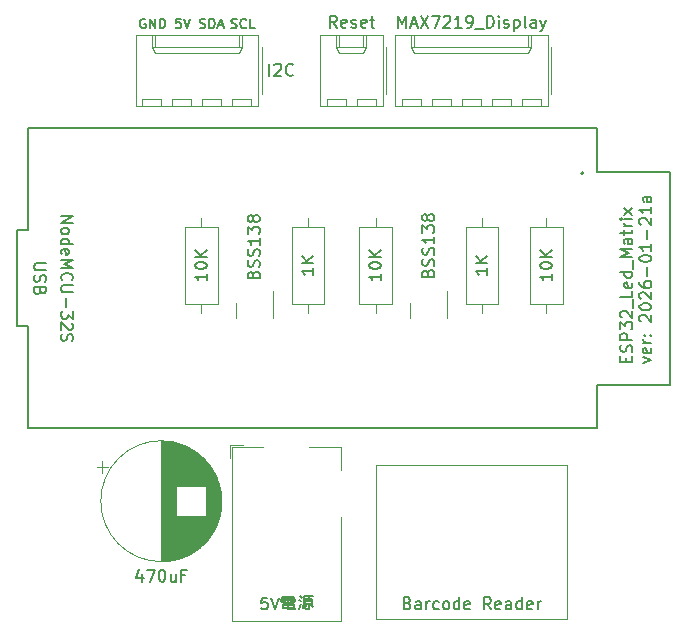
<source format=gbr>
%TF.GenerationSoftware,KiCad,Pcbnew,7.0.10*%
%TF.CreationDate,2026-01-21T09:32:35+08:00*%
%TF.ProjectId,KiCad_Esp32_LotNoDisplay,4b694361-645f-4457-9370-33325f4c6f74,rev?*%
%TF.SameCoordinates,Original*%
%TF.FileFunction,Legend,Top*%
%TF.FilePolarity,Positive*%
%FSLAX46Y46*%
G04 Gerber Fmt 4.6, Leading zero omitted, Abs format (unit mm)*
G04 Created by KiCad (PCBNEW 7.0.10) date 2026-01-21 09:32:35*
%MOMM*%
%LPD*%
G01*
G04 APERTURE LIST*
%ADD10C,0.150000*%
%ADD11C,0.120000*%
%ADD12C,0.200000*%
%ADD13C,0.127000*%
G04 APERTURE END LIST*
D10*
X24945180Y-42826901D02*
X25945180Y-42826901D01*
X25945180Y-42826901D02*
X24945180Y-43398329D01*
X24945180Y-43398329D02*
X25945180Y-43398329D01*
X24945180Y-44017377D02*
X24992800Y-43922139D01*
X24992800Y-43922139D02*
X25040419Y-43874520D01*
X25040419Y-43874520D02*
X25135657Y-43826901D01*
X25135657Y-43826901D02*
X25421371Y-43826901D01*
X25421371Y-43826901D02*
X25516609Y-43874520D01*
X25516609Y-43874520D02*
X25564228Y-43922139D01*
X25564228Y-43922139D02*
X25611847Y-44017377D01*
X25611847Y-44017377D02*
X25611847Y-44160234D01*
X25611847Y-44160234D02*
X25564228Y-44255472D01*
X25564228Y-44255472D02*
X25516609Y-44303091D01*
X25516609Y-44303091D02*
X25421371Y-44350710D01*
X25421371Y-44350710D02*
X25135657Y-44350710D01*
X25135657Y-44350710D02*
X25040419Y-44303091D01*
X25040419Y-44303091D02*
X24992800Y-44255472D01*
X24992800Y-44255472D02*
X24945180Y-44160234D01*
X24945180Y-44160234D02*
X24945180Y-44017377D01*
X24945180Y-45207853D02*
X25945180Y-45207853D01*
X24992800Y-45207853D02*
X24945180Y-45112615D01*
X24945180Y-45112615D02*
X24945180Y-44922139D01*
X24945180Y-44922139D02*
X24992800Y-44826901D01*
X24992800Y-44826901D02*
X25040419Y-44779282D01*
X25040419Y-44779282D02*
X25135657Y-44731663D01*
X25135657Y-44731663D02*
X25421371Y-44731663D01*
X25421371Y-44731663D02*
X25516609Y-44779282D01*
X25516609Y-44779282D02*
X25564228Y-44826901D01*
X25564228Y-44826901D02*
X25611847Y-44922139D01*
X25611847Y-44922139D02*
X25611847Y-45112615D01*
X25611847Y-45112615D02*
X25564228Y-45207853D01*
X24992800Y-46064996D02*
X24945180Y-45969758D01*
X24945180Y-45969758D02*
X24945180Y-45779282D01*
X24945180Y-45779282D02*
X24992800Y-45684044D01*
X24992800Y-45684044D02*
X25088038Y-45636425D01*
X25088038Y-45636425D02*
X25468990Y-45636425D01*
X25468990Y-45636425D02*
X25564228Y-45684044D01*
X25564228Y-45684044D02*
X25611847Y-45779282D01*
X25611847Y-45779282D02*
X25611847Y-45969758D01*
X25611847Y-45969758D02*
X25564228Y-46064996D01*
X25564228Y-46064996D02*
X25468990Y-46112615D01*
X25468990Y-46112615D02*
X25373752Y-46112615D01*
X25373752Y-46112615D02*
X25278514Y-45636425D01*
X24945180Y-46541187D02*
X25945180Y-46541187D01*
X25945180Y-46541187D02*
X25230895Y-46874520D01*
X25230895Y-46874520D02*
X25945180Y-47207853D01*
X25945180Y-47207853D02*
X24945180Y-47207853D01*
X25040419Y-48255472D02*
X24992800Y-48207853D01*
X24992800Y-48207853D02*
X24945180Y-48064996D01*
X24945180Y-48064996D02*
X24945180Y-47969758D01*
X24945180Y-47969758D02*
X24992800Y-47826901D01*
X24992800Y-47826901D02*
X25088038Y-47731663D01*
X25088038Y-47731663D02*
X25183276Y-47684044D01*
X25183276Y-47684044D02*
X25373752Y-47636425D01*
X25373752Y-47636425D02*
X25516609Y-47636425D01*
X25516609Y-47636425D02*
X25707085Y-47684044D01*
X25707085Y-47684044D02*
X25802323Y-47731663D01*
X25802323Y-47731663D02*
X25897561Y-47826901D01*
X25897561Y-47826901D02*
X25945180Y-47969758D01*
X25945180Y-47969758D02*
X25945180Y-48064996D01*
X25945180Y-48064996D02*
X25897561Y-48207853D01*
X25897561Y-48207853D02*
X25849942Y-48255472D01*
X25945180Y-48684044D02*
X25135657Y-48684044D01*
X25135657Y-48684044D02*
X25040419Y-48731663D01*
X25040419Y-48731663D02*
X24992800Y-48779282D01*
X24992800Y-48779282D02*
X24945180Y-48874520D01*
X24945180Y-48874520D02*
X24945180Y-49064996D01*
X24945180Y-49064996D02*
X24992800Y-49160234D01*
X24992800Y-49160234D02*
X25040419Y-49207853D01*
X25040419Y-49207853D02*
X25135657Y-49255472D01*
X25135657Y-49255472D02*
X25945180Y-49255472D01*
X25326133Y-49731663D02*
X25326133Y-50493568D01*
X25945180Y-50874520D02*
X25945180Y-51493567D01*
X25945180Y-51493567D02*
X25564228Y-51160234D01*
X25564228Y-51160234D02*
X25564228Y-51303091D01*
X25564228Y-51303091D02*
X25516609Y-51398329D01*
X25516609Y-51398329D02*
X25468990Y-51445948D01*
X25468990Y-51445948D02*
X25373752Y-51493567D01*
X25373752Y-51493567D02*
X25135657Y-51493567D01*
X25135657Y-51493567D02*
X25040419Y-51445948D01*
X25040419Y-51445948D02*
X24992800Y-51398329D01*
X24992800Y-51398329D02*
X24945180Y-51303091D01*
X24945180Y-51303091D02*
X24945180Y-51017377D01*
X24945180Y-51017377D02*
X24992800Y-50922139D01*
X24992800Y-50922139D02*
X25040419Y-50874520D01*
X25849942Y-51874520D02*
X25897561Y-51922139D01*
X25897561Y-51922139D02*
X25945180Y-52017377D01*
X25945180Y-52017377D02*
X25945180Y-52255472D01*
X25945180Y-52255472D02*
X25897561Y-52350710D01*
X25897561Y-52350710D02*
X25849942Y-52398329D01*
X25849942Y-52398329D02*
X25754704Y-52445948D01*
X25754704Y-52445948D02*
X25659466Y-52445948D01*
X25659466Y-52445948D02*
X25516609Y-52398329D01*
X25516609Y-52398329D02*
X24945180Y-51826901D01*
X24945180Y-51826901D02*
X24945180Y-52445948D01*
X24992800Y-52826901D02*
X24945180Y-52969758D01*
X24945180Y-52969758D02*
X24945180Y-53207853D01*
X24945180Y-53207853D02*
X24992800Y-53303091D01*
X24992800Y-53303091D02*
X25040419Y-53350710D01*
X25040419Y-53350710D02*
X25135657Y-53398329D01*
X25135657Y-53398329D02*
X25230895Y-53398329D01*
X25230895Y-53398329D02*
X25326133Y-53350710D01*
X25326133Y-53350710D02*
X25373752Y-53303091D01*
X25373752Y-53303091D02*
X25421371Y-53207853D01*
X25421371Y-53207853D02*
X25468990Y-53017377D01*
X25468990Y-53017377D02*
X25516609Y-52922139D01*
X25516609Y-52922139D02*
X25564228Y-52874520D01*
X25564228Y-52874520D02*
X25659466Y-52826901D01*
X25659466Y-52826901D02*
X25754704Y-52826901D01*
X25754704Y-52826901D02*
X25849942Y-52874520D01*
X25849942Y-52874520D02*
X25897561Y-52922139D01*
X25897561Y-52922139D02*
X25945180Y-53017377D01*
X25945180Y-53017377D02*
X25945180Y-53255472D01*
X25945180Y-53255472D02*
X25897561Y-53398329D01*
X72786009Y-55162220D02*
X72786009Y-54828887D01*
X73309819Y-54686030D02*
X73309819Y-55162220D01*
X73309819Y-55162220D02*
X72309819Y-55162220D01*
X72309819Y-55162220D02*
X72309819Y-54686030D01*
X73262200Y-54305077D02*
X73309819Y-54162220D01*
X73309819Y-54162220D02*
X73309819Y-53924125D01*
X73309819Y-53924125D02*
X73262200Y-53828887D01*
X73262200Y-53828887D02*
X73214580Y-53781268D01*
X73214580Y-53781268D02*
X73119342Y-53733649D01*
X73119342Y-53733649D02*
X73024104Y-53733649D01*
X73024104Y-53733649D02*
X72928866Y-53781268D01*
X72928866Y-53781268D02*
X72881247Y-53828887D01*
X72881247Y-53828887D02*
X72833628Y-53924125D01*
X72833628Y-53924125D02*
X72786009Y-54114601D01*
X72786009Y-54114601D02*
X72738390Y-54209839D01*
X72738390Y-54209839D02*
X72690771Y-54257458D01*
X72690771Y-54257458D02*
X72595533Y-54305077D01*
X72595533Y-54305077D02*
X72500295Y-54305077D01*
X72500295Y-54305077D02*
X72405057Y-54257458D01*
X72405057Y-54257458D02*
X72357438Y-54209839D01*
X72357438Y-54209839D02*
X72309819Y-54114601D01*
X72309819Y-54114601D02*
X72309819Y-53876506D01*
X72309819Y-53876506D02*
X72357438Y-53733649D01*
X73309819Y-53305077D02*
X72309819Y-53305077D01*
X72309819Y-53305077D02*
X72309819Y-52924125D01*
X72309819Y-52924125D02*
X72357438Y-52828887D01*
X72357438Y-52828887D02*
X72405057Y-52781268D01*
X72405057Y-52781268D02*
X72500295Y-52733649D01*
X72500295Y-52733649D02*
X72643152Y-52733649D01*
X72643152Y-52733649D02*
X72738390Y-52781268D01*
X72738390Y-52781268D02*
X72786009Y-52828887D01*
X72786009Y-52828887D02*
X72833628Y-52924125D01*
X72833628Y-52924125D02*
X72833628Y-53305077D01*
X72309819Y-52400315D02*
X72309819Y-51781268D01*
X72309819Y-51781268D02*
X72690771Y-52114601D01*
X72690771Y-52114601D02*
X72690771Y-51971744D01*
X72690771Y-51971744D02*
X72738390Y-51876506D01*
X72738390Y-51876506D02*
X72786009Y-51828887D01*
X72786009Y-51828887D02*
X72881247Y-51781268D01*
X72881247Y-51781268D02*
X73119342Y-51781268D01*
X73119342Y-51781268D02*
X73214580Y-51828887D01*
X73214580Y-51828887D02*
X73262200Y-51876506D01*
X73262200Y-51876506D02*
X73309819Y-51971744D01*
X73309819Y-51971744D02*
X73309819Y-52257458D01*
X73309819Y-52257458D02*
X73262200Y-52352696D01*
X73262200Y-52352696D02*
X73214580Y-52400315D01*
X72405057Y-51400315D02*
X72357438Y-51352696D01*
X72357438Y-51352696D02*
X72309819Y-51257458D01*
X72309819Y-51257458D02*
X72309819Y-51019363D01*
X72309819Y-51019363D02*
X72357438Y-50924125D01*
X72357438Y-50924125D02*
X72405057Y-50876506D01*
X72405057Y-50876506D02*
X72500295Y-50828887D01*
X72500295Y-50828887D02*
X72595533Y-50828887D01*
X72595533Y-50828887D02*
X72738390Y-50876506D01*
X72738390Y-50876506D02*
X73309819Y-51447934D01*
X73309819Y-51447934D02*
X73309819Y-50828887D01*
X73405057Y-50638411D02*
X73405057Y-49876506D01*
X73309819Y-49162220D02*
X73309819Y-49638410D01*
X73309819Y-49638410D02*
X72309819Y-49638410D01*
X73262200Y-48447934D02*
X73309819Y-48543172D01*
X73309819Y-48543172D02*
X73309819Y-48733648D01*
X73309819Y-48733648D02*
X73262200Y-48828886D01*
X73262200Y-48828886D02*
X73166961Y-48876505D01*
X73166961Y-48876505D02*
X72786009Y-48876505D01*
X72786009Y-48876505D02*
X72690771Y-48828886D01*
X72690771Y-48828886D02*
X72643152Y-48733648D01*
X72643152Y-48733648D02*
X72643152Y-48543172D01*
X72643152Y-48543172D02*
X72690771Y-48447934D01*
X72690771Y-48447934D02*
X72786009Y-48400315D01*
X72786009Y-48400315D02*
X72881247Y-48400315D01*
X72881247Y-48400315D02*
X72976485Y-48876505D01*
X73309819Y-47543172D02*
X72309819Y-47543172D01*
X73262200Y-47543172D02*
X73309819Y-47638410D01*
X73309819Y-47638410D02*
X73309819Y-47828886D01*
X73309819Y-47828886D02*
X73262200Y-47924124D01*
X73262200Y-47924124D02*
X73214580Y-47971743D01*
X73214580Y-47971743D02*
X73119342Y-48019362D01*
X73119342Y-48019362D02*
X72833628Y-48019362D01*
X72833628Y-48019362D02*
X72738390Y-47971743D01*
X72738390Y-47971743D02*
X72690771Y-47924124D01*
X72690771Y-47924124D02*
X72643152Y-47828886D01*
X72643152Y-47828886D02*
X72643152Y-47638410D01*
X72643152Y-47638410D02*
X72690771Y-47543172D01*
X73405057Y-47305077D02*
X73405057Y-46543172D01*
X73309819Y-46305076D02*
X72309819Y-46305076D01*
X72309819Y-46305076D02*
X73024104Y-45971743D01*
X73024104Y-45971743D02*
X72309819Y-45638410D01*
X72309819Y-45638410D02*
X73309819Y-45638410D01*
X73309819Y-44733648D02*
X72786009Y-44733648D01*
X72786009Y-44733648D02*
X72690771Y-44781267D01*
X72690771Y-44781267D02*
X72643152Y-44876505D01*
X72643152Y-44876505D02*
X72643152Y-45066981D01*
X72643152Y-45066981D02*
X72690771Y-45162219D01*
X73262200Y-44733648D02*
X73309819Y-44828886D01*
X73309819Y-44828886D02*
X73309819Y-45066981D01*
X73309819Y-45066981D02*
X73262200Y-45162219D01*
X73262200Y-45162219D02*
X73166961Y-45209838D01*
X73166961Y-45209838D02*
X73071723Y-45209838D01*
X73071723Y-45209838D02*
X72976485Y-45162219D01*
X72976485Y-45162219D02*
X72928866Y-45066981D01*
X72928866Y-45066981D02*
X72928866Y-44828886D01*
X72928866Y-44828886D02*
X72881247Y-44733648D01*
X72643152Y-44400314D02*
X72643152Y-44019362D01*
X72309819Y-44257457D02*
X73166961Y-44257457D01*
X73166961Y-44257457D02*
X73262200Y-44209838D01*
X73262200Y-44209838D02*
X73309819Y-44114600D01*
X73309819Y-44114600D02*
X73309819Y-44019362D01*
X73309819Y-43686028D02*
X72643152Y-43686028D01*
X72833628Y-43686028D02*
X72738390Y-43638409D01*
X72738390Y-43638409D02*
X72690771Y-43590790D01*
X72690771Y-43590790D02*
X72643152Y-43495552D01*
X72643152Y-43495552D02*
X72643152Y-43400314D01*
X73309819Y-43066980D02*
X72643152Y-43066980D01*
X72309819Y-43066980D02*
X72357438Y-43114599D01*
X72357438Y-43114599D02*
X72405057Y-43066980D01*
X72405057Y-43066980D02*
X72357438Y-43019361D01*
X72357438Y-43019361D02*
X72309819Y-43066980D01*
X72309819Y-43066980D02*
X72405057Y-43066980D01*
X73309819Y-42686028D02*
X72643152Y-42162219D01*
X72643152Y-42686028D02*
X73309819Y-42162219D01*
X74253152Y-55257458D02*
X74919819Y-55019363D01*
X74919819Y-55019363D02*
X74253152Y-54781268D01*
X74872200Y-54019363D02*
X74919819Y-54114601D01*
X74919819Y-54114601D02*
X74919819Y-54305077D01*
X74919819Y-54305077D02*
X74872200Y-54400315D01*
X74872200Y-54400315D02*
X74776961Y-54447934D01*
X74776961Y-54447934D02*
X74396009Y-54447934D01*
X74396009Y-54447934D02*
X74300771Y-54400315D01*
X74300771Y-54400315D02*
X74253152Y-54305077D01*
X74253152Y-54305077D02*
X74253152Y-54114601D01*
X74253152Y-54114601D02*
X74300771Y-54019363D01*
X74300771Y-54019363D02*
X74396009Y-53971744D01*
X74396009Y-53971744D02*
X74491247Y-53971744D01*
X74491247Y-53971744D02*
X74586485Y-54447934D01*
X74919819Y-53543172D02*
X74253152Y-53543172D01*
X74443628Y-53543172D02*
X74348390Y-53495553D01*
X74348390Y-53495553D02*
X74300771Y-53447934D01*
X74300771Y-53447934D02*
X74253152Y-53352696D01*
X74253152Y-53352696D02*
X74253152Y-53257458D01*
X74824580Y-52924124D02*
X74872200Y-52876505D01*
X74872200Y-52876505D02*
X74919819Y-52924124D01*
X74919819Y-52924124D02*
X74872200Y-52971743D01*
X74872200Y-52971743D02*
X74824580Y-52924124D01*
X74824580Y-52924124D02*
X74919819Y-52924124D01*
X74300771Y-52924124D02*
X74348390Y-52876505D01*
X74348390Y-52876505D02*
X74396009Y-52924124D01*
X74396009Y-52924124D02*
X74348390Y-52971743D01*
X74348390Y-52971743D02*
X74300771Y-52924124D01*
X74300771Y-52924124D02*
X74396009Y-52924124D01*
X74015057Y-51733648D02*
X73967438Y-51686029D01*
X73967438Y-51686029D02*
X73919819Y-51590791D01*
X73919819Y-51590791D02*
X73919819Y-51352696D01*
X73919819Y-51352696D02*
X73967438Y-51257458D01*
X73967438Y-51257458D02*
X74015057Y-51209839D01*
X74015057Y-51209839D02*
X74110295Y-51162220D01*
X74110295Y-51162220D02*
X74205533Y-51162220D01*
X74205533Y-51162220D02*
X74348390Y-51209839D01*
X74348390Y-51209839D02*
X74919819Y-51781267D01*
X74919819Y-51781267D02*
X74919819Y-51162220D01*
X73919819Y-50543172D02*
X73919819Y-50447934D01*
X73919819Y-50447934D02*
X73967438Y-50352696D01*
X73967438Y-50352696D02*
X74015057Y-50305077D01*
X74015057Y-50305077D02*
X74110295Y-50257458D01*
X74110295Y-50257458D02*
X74300771Y-50209839D01*
X74300771Y-50209839D02*
X74538866Y-50209839D01*
X74538866Y-50209839D02*
X74729342Y-50257458D01*
X74729342Y-50257458D02*
X74824580Y-50305077D01*
X74824580Y-50305077D02*
X74872200Y-50352696D01*
X74872200Y-50352696D02*
X74919819Y-50447934D01*
X74919819Y-50447934D02*
X74919819Y-50543172D01*
X74919819Y-50543172D02*
X74872200Y-50638410D01*
X74872200Y-50638410D02*
X74824580Y-50686029D01*
X74824580Y-50686029D02*
X74729342Y-50733648D01*
X74729342Y-50733648D02*
X74538866Y-50781267D01*
X74538866Y-50781267D02*
X74300771Y-50781267D01*
X74300771Y-50781267D02*
X74110295Y-50733648D01*
X74110295Y-50733648D02*
X74015057Y-50686029D01*
X74015057Y-50686029D02*
X73967438Y-50638410D01*
X73967438Y-50638410D02*
X73919819Y-50543172D01*
X74015057Y-49828886D02*
X73967438Y-49781267D01*
X73967438Y-49781267D02*
X73919819Y-49686029D01*
X73919819Y-49686029D02*
X73919819Y-49447934D01*
X73919819Y-49447934D02*
X73967438Y-49352696D01*
X73967438Y-49352696D02*
X74015057Y-49305077D01*
X74015057Y-49305077D02*
X74110295Y-49257458D01*
X74110295Y-49257458D02*
X74205533Y-49257458D01*
X74205533Y-49257458D02*
X74348390Y-49305077D01*
X74348390Y-49305077D02*
X74919819Y-49876505D01*
X74919819Y-49876505D02*
X74919819Y-49257458D01*
X73919819Y-48400315D02*
X73919819Y-48590791D01*
X73919819Y-48590791D02*
X73967438Y-48686029D01*
X73967438Y-48686029D02*
X74015057Y-48733648D01*
X74015057Y-48733648D02*
X74157914Y-48828886D01*
X74157914Y-48828886D02*
X74348390Y-48876505D01*
X74348390Y-48876505D02*
X74729342Y-48876505D01*
X74729342Y-48876505D02*
X74824580Y-48828886D01*
X74824580Y-48828886D02*
X74872200Y-48781267D01*
X74872200Y-48781267D02*
X74919819Y-48686029D01*
X74919819Y-48686029D02*
X74919819Y-48495553D01*
X74919819Y-48495553D02*
X74872200Y-48400315D01*
X74872200Y-48400315D02*
X74824580Y-48352696D01*
X74824580Y-48352696D02*
X74729342Y-48305077D01*
X74729342Y-48305077D02*
X74491247Y-48305077D01*
X74491247Y-48305077D02*
X74396009Y-48352696D01*
X74396009Y-48352696D02*
X74348390Y-48400315D01*
X74348390Y-48400315D02*
X74300771Y-48495553D01*
X74300771Y-48495553D02*
X74300771Y-48686029D01*
X74300771Y-48686029D02*
X74348390Y-48781267D01*
X74348390Y-48781267D02*
X74396009Y-48828886D01*
X74396009Y-48828886D02*
X74491247Y-48876505D01*
X74538866Y-47876505D02*
X74538866Y-47114601D01*
X73919819Y-46447934D02*
X73919819Y-46352696D01*
X73919819Y-46352696D02*
X73967438Y-46257458D01*
X73967438Y-46257458D02*
X74015057Y-46209839D01*
X74015057Y-46209839D02*
X74110295Y-46162220D01*
X74110295Y-46162220D02*
X74300771Y-46114601D01*
X74300771Y-46114601D02*
X74538866Y-46114601D01*
X74538866Y-46114601D02*
X74729342Y-46162220D01*
X74729342Y-46162220D02*
X74824580Y-46209839D01*
X74824580Y-46209839D02*
X74872200Y-46257458D01*
X74872200Y-46257458D02*
X74919819Y-46352696D01*
X74919819Y-46352696D02*
X74919819Y-46447934D01*
X74919819Y-46447934D02*
X74872200Y-46543172D01*
X74872200Y-46543172D02*
X74824580Y-46590791D01*
X74824580Y-46590791D02*
X74729342Y-46638410D01*
X74729342Y-46638410D02*
X74538866Y-46686029D01*
X74538866Y-46686029D02*
X74300771Y-46686029D01*
X74300771Y-46686029D02*
X74110295Y-46638410D01*
X74110295Y-46638410D02*
X74015057Y-46590791D01*
X74015057Y-46590791D02*
X73967438Y-46543172D01*
X73967438Y-46543172D02*
X73919819Y-46447934D01*
X74919819Y-45162220D02*
X74919819Y-45733648D01*
X74919819Y-45447934D02*
X73919819Y-45447934D01*
X73919819Y-45447934D02*
X74062676Y-45543172D01*
X74062676Y-45543172D02*
X74157914Y-45638410D01*
X74157914Y-45638410D02*
X74205533Y-45733648D01*
X74538866Y-44733648D02*
X74538866Y-43971744D01*
X74015057Y-43543172D02*
X73967438Y-43495553D01*
X73967438Y-43495553D02*
X73919819Y-43400315D01*
X73919819Y-43400315D02*
X73919819Y-43162220D01*
X73919819Y-43162220D02*
X73967438Y-43066982D01*
X73967438Y-43066982D02*
X74015057Y-43019363D01*
X74015057Y-43019363D02*
X74110295Y-42971744D01*
X74110295Y-42971744D02*
X74205533Y-42971744D01*
X74205533Y-42971744D02*
X74348390Y-43019363D01*
X74348390Y-43019363D02*
X74919819Y-43590791D01*
X74919819Y-43590791D02*
X74919819Y-42971744D01*
X74919819Y-42019363D02*
X74919819Y-42590791D01*
X74919819Y-42305077D02*
X73919819Y-42305077D01*
X73919819Y-42305077D02*
X74062676Y-42400315D01*
X74062676Y-42400315D02*
X74157914Y-42495553D01*
X74157914Y-42495553D02*
X74205533Y-42590791D01*
X74919819Y-41162220D02*
X74396009Y-41162220D01*
X74396009Y-41162220D02*
X74300771Y-41209839D01*
X74300771Y-41209839D02*
X74253152Y-41305077D01*
X74253152Y-41305077D02*
X74253152Y-41495553D01*
X74253152Y-41495553D02*
X74300771Y-41590791D01*
X74872200Y-41162220D02*
X74919819Y-41257458D01*
X74919819Y-41257458D02*
X74919819Y-41495553D01*
X74919819Y-41495553D02*
X74872200Y-41590791D01*
X74872200Y-41590791D02*
X74776961Y-41638410D01*
X74776961Y-41638410D02*
X74681723Y-41638410D01*
X74681723Y-41638410D02*
X74586485Y-41590791D01*
X74586485Y-41590791D02*
X74538866Y-41495553D01*
X74538866Y-41495553D02*
X74538866Y-41257458D01*
X74538866Y-41257458D02*
X74491247Y-41162220D01*
X39367064Y-26867200D02*
X39481350Y-26905295D01*
X39481350Y-26905295D02*
X39671826Y-26905295D01*
X39671826Y-26905295D02*
X39748017Y-26867200D01*
X39748017Y-26867200D02*
X39786112Y-26829104D01*
X39786112Y-26829104D02*
X39824207Y-26752914D01*
X39824207Y-26752914D02*
X39824207Y-26676723D01*
X39824207Y-26676723D02*
X39786112Y-26600533D01*
X39786112Y-26600533D02*
X39748017Y-26562438D01*
X39748017Y-26562438D02*
X39671826Y-26524342D01*
X39671826Y-26524342D02*
X39519445Y-26486247D01*
X39519445Y-26486247D02*
X39443255Y-26448152D01*
X39443255Y-26448152D02*
X39405160Y-26410057D01*
X39405160Y-26410057D02*
X39367064Y-26333866D01*
X39367064Y-26333866D02*
X39367064Y-26257676D01*
X39367064Y-26257676D02*
X39405160Y-26181485D01*
X39405160Y-26181485D02*
X39443255Y-26143390D01*
X39443255Y-26143390D02*
X39519445Y-26105295D01*
X39519445Y-26105295D02*
X39709922Y-26105295D01*
X39709922Y-26105295D02*
X39824207Y-26143390D01*
X40624208Y-26829104D02*
X40586112Y-26867200D01*
X40586112Y-26867200D02*
X40471827Y-26905295D01*
X40471827Y-26905295D02*
X40395636Y-26905295D01*
X40395636Y-26905295D02*
X40281350Y-26867200D01*
X40281350Y-26867200D02*
X40205160Y-26791009D01*
X40205160Y-26791009D02*
X40167065Y-26714819D01*
X40167065Y-26714819D02*
X40128969Y-26562438D01*
X40128969Y-26562438D02*
X40128969Y-26448152D01*
X40128969Y-26448152D02*
X40167065Y-26295771D01*
X40167065Y-26295771D02*
X40205160Y-26219580D01*
X40205160Y-26219580D02*
X40281350Y-26143390D01*
X40281350Y-26143390D02*
X40395636Y-26105295D01*
X40395636Y-26105295D02*
X40471827Y-26105295D01*
X40471827Y-26105295D02*
X40586112Y-26143390D01*
X40586112Y-26143390D02*
X40624208Y-26181485D01*
X41348017Y-26905295D02*
X40967065Y-26905295D01*
X40967065Y-26905295D02*
X40967065Y-26105295D01*
X32077207Y-26143390D02*
X32001017Y-26105295D01*
X32001017Y-26105295D02*
X31886731Y-26105295D01*
X31886731Y-26105295D02*
X31772445Y-26143390D01*
X31772445Y-26143390D02*
X31696255Y-26219580D01*
X31696255Y-26219580D02*
X31658160Y-26295771D01*
X31658160Y-26295771D02*
X31620064Y-26448152D01*
X31620064Y-26448152D02*
X31620064Y-26562438D01*
X31620064Y-26562438D02*
X31658160Y-26714819D01*
X31658160Y-26714819D02*
X31696255Y-26791009D01*
X31696255Y-26791009D02*
X31772445Y-26867200D01*
X31772445Y-26867200D02*
X31886731Y-26905295D01*
X31886731Y-26905295D02*
X31962922Y-26905295D01*
X31962922Y-26905295D02*
X32077207Y-26867200D01*
X32077207Y-26867200D02*
X32115303Y-26829104D01*
X32115303Y-26829104D02*
X32115303Y-26562438D01*
X32115303Y-26562438D02*
X31962922Y-26562438D01*
X32458160Y-26905295D02*
X32458160Y-26105295D01*
X32458160Y-26105295D02*
X32915303Y-26905295D01*
X32915303Y-26905295D02*
X32915303Y-26105295D01*
X33296255Y-26905295D02*
X33296255Y-26105295D01*
X33296255Y-26105295D02*
X33486731Y-26105295D01*
X33486731Y-26105295D02*
X33601017Y-26143390D01*
X33601017Y-26143390D02*
X33677207Y-26219580D01*
X33677207Y-26219580D02*
X33715302Y-26295771D01*
X33715302Y-26295771D02*
X33753398Y-26448152D01*
X33753398Y-26448152D02*
X33753398Y-26562438D01*
X33753398Y-26562438D02*
X33715302Y-26714819D01*
X33715302Y-26714819D02*
X33677207Y-26791009D01*
X33677207Y-26791009D02*
X33601017Y-26867200D01*
X33601017Y-26867200D02*
X33486731Y-26905295D01*
X33486731Y-26905295D02*
X33296255Y-26905295D01*
X35087112Y-26105295D02*
X34706160Y-26105295D01*
X34706160Y-26105295D02*
X34668064Y-26486247D01*
X34668064Y-26486247D02*
X34706160Y-26448152D01*
X34706160Y-26448152D02*
X34782350Y-26410057D01*
X34782350Y-26410057D02*
X34972826Y-26410057D01*
X34972826Y-26410057D02*
X35049017Y-26448152D01*
X35049017Y-26448152D02*
X35087112Y-26486247D01*
X35087112Y-26486247D02*
X35125207Y-26562438D01*
X35125207Y-26562438D02*
X35125207Y-26752914D01*
X35125207Y-26752914D02*
X35087112Y-26829104D01*
X35087112Y-26829104D02*
X35049017Y-26867200D01*
X35049017Y-26867200D02*
X34972826Y-26905295D01*
X34972826Y-26905295D02*
X34782350Y-26905295D01*
X34782350Y-26905295D02*
X34706160Y-26867200D01*
X34706160Y-26867200D02*
X34668064Y-26829104D01*
X35353779Y-26105295D02*
X35620446Y-26905295D01*
X35620446Y-26905295D02*
X35887112Y-26105295D01*
X36700064Y-26867200D02*
X36814350Y-26905295D01*
X36814350Y-26905295D02*
X37004826Y-26905295D01*
X37004826Y-26905295D02*
X37081017Y-26867200D01*
X37081017Y-26867200D02*
X37119112Y-26829104D01*
X37119112Y-26829104D02*
X37157207Y-26752914D01*
X37157207Y-26752914D02*
X37157207Y-26676723D01*
X37157207Y-26676723D02*
X37119112Y-26600533D01*
X37119112Y-26600533D02*
X37081017Y-26562438D01*
X37081017Y-26562438D02*
X37004826Y-26524342D01*
X37004826Y-26524342D02*
X36852445Y-26486247D01*
X36852445Y-26486247D02*
X36776255Y-26448152D01*
X36776255Y-26448152D02*
X36738160Y-26410057D01*
X36738160Y-26410057D02*
X36700064Y-26333866D01*
X36700064Y-26333866D02*
X36700064Y-26257676D01*
X36700064Y-26257676D02*
X36738160Y-26181485D01*
X36738160Y-26181485D02*
X36776255Y-26143390D01*
X36776255Y-26143390D02*
X36852445Y-26105295D01*
X36852445Y-26105295D02*
X37042922Y-26105295D01*
X37042922Y-26105295D02*
X37157207Y-26143390D01*
X37500065Y-26905295D02*
X37500065Y-26105295D01*
X37500065Y-26105295D02*
X37690541Y-26105295D01*
X37690541Y-26105295D02*
X37804827Y-26143390D01*
X37804827Y-26143390D02*
X37881017Y-26219580D01*
X37881017Y-26219580D02*
X37919112Y-26295771D01*
X37919112Y-26295771D02*
X37957208Y-26448152D01*
X37957208Y-26448152D02*
X37957208Y-26562438D01*
X37957208Y-26562438D02*
X37919112Y-26714819D01*
X37919112Y-26714819D02*
X37881017Y-26791009D01*
X37881017Y-26791009D02*
X37804827Y-26867200D01*
X37804827Y-26867200D02*
X37690541Y-26905295D01*
X37690541Y-26905295D02*
X37500065Y-26905295D01*
X38261969Y-26676723D02*
X38642922Y-26676723D01*
X38185779Y-26905295D02*
X38452446Y-26105295D01*
X38452446Y-26105295D02*
X38719112Y-26905295D01*
X23659180Y-46826901D02*
X22849657Y-46826901D01*
X22849657Y-46826901D02*
X22754419Y-46874520D01*
X22754419Y-46874520D02*
X22706800Y-46922139D01*
X22706800Y-46922139D02*
X22659180Y-47017377D01*
X22659180Y-47017377D02*
X22659180Y-47207853D01*
X22659180Y-47207853D02*
X22706800Y-47303091D01*
X22706800Y-47303091D02*
X22754419Y-47350710D01*
X22754419Y-47350710D02*
X22849657Y-47398329D01*
X22849657Y-47398329D02*
X23659180Y-47398329D01*
X22706800Y-47826901D02*
X22659180Y-47969758D01*
X22659180Y-47969758D02*
X22659180Y-48207853D01*
X22659180Y-48207853D02*
X22706800Y-48303091D01*
X22706800Y-48303091D02*
X22754419Y-48350710D01*
X22754419Y-48350710D02*
X22849657Y-48398329D01*
X22849657Y-48398329D02*
X22944895Y-48398329D01*
X22944895Y-48398329D02*
X23040133Y-48350710D01*
X23040133Y-48350710D02*
X23087752Y-48303091D01*
X23087752Y-48303091D02*
X23135371Y-48207853D01*
X23135371Y-48207853D02*
X23182990Y-48017377D01*
X23182990Y-48017377D02*
X23230609Y-47922139D01*
X23230609Y-47922139D02*
X23278228Y-47874520D01*
X23278228Y-47874520D02*
X23373466Y-47826901D01*
X23373466Y-47826901D02*
X23468704Y-47826901D01*
X23468704Y-47826901D02*
X23563942Y-47874520D01*
X23563942Y-47874520D02*
X23611561Y-47922139D01*
X23611561Y-47922139D02*
X23659180Y-48017377D01*
X23659180Y-48017377D02*
X23659180Y-48255472D01*
X23659180Y-48255472D02*
X23611561Y-48398329D01*
X23182990Y-49160234D02*
X23135371Y-49303091D01*
X23135371Y-49303091D02*
X23087752Y-49350710D01*
X23087752Y-49350710D02*
X22992514Y-49398329D01*
X22992514Y-49398329D02*
X22849657Y-49398329D01*
X22849657Y-49398329D02*
X22754419Y-49350710D01*
X22754419Y-49350710D02*
X22706800Y-49303091D01*
X22706800Y-49303091D02*
X22659180Y-49207853D01*
X22659180Y-49207853D02*
X22659180Y-48826901D01*
X22659180Y-48826901D02*
X23659180Y-48826901D01*
X23659180Y-48826901D02*
X23659180Y-49160234D01*
X23659180Y-49160234D02*
X23611561Y-49255472D01*
X23611561Y-49255472D02*
X23563942Y-49303091D01*
X23563942Y-49303091D02*
X23468704Y-49350710D01*
X23468704Y-49350710D02*
X23373466Y-49350710D01*
X23373466Y-49350710D02*
X23278228Y-49303091D01*
X23278228Y-49303091D02*
X23230609Y-49255472D01*
X23230609Y-49255472D02*
X23182990Y-49160234D01*
X23182990Y-49160234D02*
X23182990Y-48826901D01*
X66494819Y-47680476D02*
X66494819Y-48251904D01*
X66494819Y-47966190D02*
X65494819Y-47966190D01*
X65494819Y-47966190D02*
X65637676Y-48061428D01*
X65637676Y-48061428D02*
X65732914Y-48156666D01*
X65732914Y-48156666D02*
X65780533Y-48251904D01*
X65494819Y-47061428D02*
X65494819Y-46966190D01*
X65494819Y-46966190D02*
X65542438Y-46870952D01*
X65542438Y-46870952D02*
X65590057Y-46823333D01*
X65590057Y-46823333D02*
X65685295Y-46775714D01*
X65685295Y-46775714D02*
X65875771Y-46728095D01*
X65875771Y-46728095D02*
X66113866Y-46728095D01*
X66113866Y-46728095D02*
X66304342Y-46775714D01*
X66304342Y-46775714D02*
X66399580Y-46823333D01*
X66399580Y-46823333D02*
X66447200Y-46870952D01*
X66447200Y-46870952D02*
X66494819Y-46966190D01*
X66494819Y-46966190D02*
X66494819Y-47061428D01*
X66494819Y-47061428D02*
X66447200Y-47156666D01*
X66447200Y-47156666D02*
X66399580Y-47204285D01*
X66399580Y-47204285D02*
X66304342Y-47251904D01*
X66304342Y-47251904D02*
X66113866Y-47299523D01*
X66113866Y-47299523D02*
X65875771Y-47299523D01*
X65875771Y-47299523D02*
X65685295Y-47251904D01*
X65685295Y-47251904D02*
X65590057Y-47204285D01*
X65590057Y-47204285D02*
X65542438Y-47156666D01*
X65542438Y-47156666D02*
X65494819Y-47061428D01*
X66494819Y-46299523D02*
X65494819Y-46299523D01*
X66494819Y-45728095D02*
X65923390Y-46156666D01*
X65494819Y-45728095D02*
X66066247Y-46299523D01*
X48291904Y-26854819D02*
X47958571Y-26378628D01*
X47720476Y-26854819D02*
X47720476Y-25854819D01*
X47720476Y-25854819D02*
X48101428Y-25854819D01*
X48101428Y-25854819D02*
X48196666Y-25902438D01*
X48196666Y-25902438D02*
X48244285Y-25950057D01*
X48244285Y-25950057D02*
X48291904Y-26045295D01*
X48291904Y-26045295D02*
X48291904Y-26188152D01*
X48291904Y-26188152D02*
X48244285Y-26283390D01*
X48244285Y-26283390D02*
X48196666Y-26331009D01*
X48196666Y-26331009D02*
X48101428Y-26378628D01*
X48101428Y-26378628D02*
X47720476Y-26378628D01*
X49101428Y-26807200D02*
X49006190Y-26854819D01*
X49006190Y-26854819D02*
X48815714Y-26854819D01*
X48815714Y-26854819D02*
X48720476Y-26807200D01*
X48720476Y-26807200D02*
X48672857Y-26711961D01*
X48672857Y-26711961D02*
X48672857Y-26331009D01*
X48672857Y-26331009D02*
X48720476Y-26235771D01*
X48720476Y-26235771D02*
X48815714Y-26188152D01*
X48815714Y-26188152D02*
X49006190Y-26188152D01*
X49006190Y-26188152D02*
X49101428Y-26235771D01*
X49101428Y-26235771D02*
X49149047Y-26331009D01*
X49149047Y-26331009D02*
X49149047Y-26426247D01*
X49149047Y-26426247D02*
X48672857Y-26521485D01*
X49530000Y-26807200D02*
X49625238Y-26854819D01*
X49625238Y-26854819D02*
X49815714Y-26854819D01*
X49815714Y-26854819D02*
X49910952Y-26807200D01*
X49910952Y-26807200D02*
X49958571Y-26711961D01*
X49958571Y-26711961D02*
X49958571Y-26664342D01*
X49958571Y-26664342D02*
X49910952Y-26569104D01*
X49910952Y-26569104D02*
X49815714Y-26521485D01*
X49815714Y-26521485D02*
X49672857Y-26521485D01*
X49672857Y-26521485D02*
X49577619Y-26473866D01*
X49577619Y-26473866D02*
X49530000Y-26378628D01*
X49530000Y-26378628D02*
X49530000Y-26331009D01*
X49530000Y-26331009D02*
X49577619Y-26235771D01*
X49577619Y-26235771D02*
X49672857Y-26188152D01*
X49672857Y-26188152D02*
X49815714Y-26188152D01*
X49815714Y-26188152D02*
X49910952Y-26235771D01*
X50768095Y-26807200D02*
X50672857Y-26854819D01*
X50672857Y-26854819D02*
X50482381Y-26854819D01*
X50482381Y-26854819D02*
X50387143Y-26807200D01*
X50387143Y-26807200D02*
X50339524Y-26711961D01*
X50339524Y-26711961D02*
X50339524Y-26331009D01*
X50339524Y-26331009D02*
X50387143Y-26235771D01*
X50387143Y-26235771D02*
X50482381Y-26188152D01*
X50482381Y-26188152D02*
X50672857Y-26188152D01*
X50672857Y-26188152D02*
X50768095Y-26235771D01*
X50768095Y-26235771D02*
X50815714Y-26331009D01*
X50815714Y-26331009D02*
X50815714Y-26426247D01*
X50815714Y-26426247D02*
X50339524Y-26521485D01*
X51101429Y-26188152D02*
X51482381Y-26188152D01*
X51244286Y-25854819D02*
X51244286Y-26711961D01*
X51244286Y-26711961D02*
X51291905Y-26807200D01*
X51291905Y-26807200D02*
X51387143Y-26854819D01*
X51387143Y-26854819D02*
X51482381Y-26854819D01*
X42584810Y-30934819D02*
X42584810Y-29934819D01*
X43013381Y-30030057D02*
X43061000Y-29982438D01*
X43061000Y-29982438D02*
X43156238Y-29934819D01*
X43156238Y-29934819D02*
X43394333Y-29934819D01*
X43394333Y-29934819D02*
X43489571Y-29982438D01*
X43489571Y-29982438D02*
X43537190Y-30030057D01*
X43537190Y-30030057D02*
X43584809Y-30125295D01*
X43584809Y-30125295D02*
X43584809Y-30220533D01*
X43584809Y-30220533D02*
X43537190Y-30363390D01*
X43537190Y-30363390D02*
X42965762Y-30934819D01*
X42965762Y-30934819D02*
X43584809Y-30934819D01*
X44584809Y-30839580D02*
X44537190Y-30887200D01*
X44537190Y-30887200D02*
X44394333Y-30934819D01*
X44394333Y-30934819D02*
X44299095Y-30934819D01*
X44299095Y-30934819D02*
X44156238Y-30887200D01*
X44156238Y-30887200D02*
X44061000Y-30791961D01*
X44061000Y-30791961D02*
X44013381Y-30696723D01*
X44013381Y-30696723D02*
X43965762Y-30506247D01*
X43965762Y-30506247D02*
X43965762Y-30363390D01*
X43965762Y-30363390D02*
X44013381Y-30172914D01*
X44013381Y-30172914D02*
X44061000Y-30077676D01*
X44061000Y-30077676D02*
X44156238Y-29982438D01*
X44156238Y-29982438D02*
X44299095Y-29934819D01*
X44299095Y-29934819D02*
X44394333Y-29934819D01*
X44394333Y-29934819D02*
X44537190Y-29982438D01*
X44537190Y-29982438D02*
X44584809Y-30030057D01*
X46308151Y-47204285D02*
X46308151Y-47775713D01*
X46308151Y-47489999D02*
X45308151Y-47489999D01*
X45308151Y-47489999D02*
X45451008Y-47585237D01*
X45451008Y-47585237D02*
X45546246Y-47680475D01*
X45546246Y-47680475D02*
X45593865Y-47775713D01*
X46308151Y-46775713D02*
X45308151Y-46775713D01*
X46308151Y-46204285D02*
X45736722Y-46632856D01*
X45308151Y-46204285D02*
X45879579Y-46775713D01*
X42392203Y-75116099D02*
X41916013Y-75116099D01*
X41916013Y-75116099D02*
X41868394Y-75592289D01*
X41868394Y-75592289D02*
X41916013Y-75544670D01*
X41916013Y-75544670D02*
X42011251Y-75497051D01*
X42011251Y-75497051D02*
X42249346Y-75497051D01*
X42249346Y-75497051D02*
X42344584Y-75544670D01*
X42344584Y-75544670D02*
X42392203Y-75592289D01*
X42392203Y-75592289D02*
X42439822Y-75687527D01*
X42439822Y-75687527D02*
X42439822Y-75925622D01*
X42439822Y-75925622D02*
X42392203Y-76020860D01*
X42392203Y-76020860D02*
X42344584Y-76068480D01*
X42344584Y-76068480D02*
X42249346Y-76116099D01*
X42249346Y-76116099D02*
X42011251Y-76116099D01*
X42011251Y-76116099D02*
X41916013Y-76068480D01*
X41916013Y-76068480D02*
X41868394Y-76020860D01*
X42725537Y-75116099D02*
X43058870Y-76116099D01*
X43058870Y-76116099D02*
X43392203Y-75116099D01*
X43677918Y-75068480D02*
X44677918Y-75068480D01*
X43725537Y-75354194D02*
X44011251Y-75354194D01*
X44296965Y-75354194D02*
X44630299Y-75354194D01*
X43677918Y-75497051D02*
X44011251Y-75497051D01*
X44296965Y-75497051D02*
X44677918Y-75497051D01*
X43725537Y-75782765D02*
X44677918Y-75782765D01*
X43725537Y-75973241D02*
X44677918Y-75973241D01*
X44201727Y-76116099D02*
X44773156Y-76116099D01*
X43582680Y-75211337D02*
X43582680Y-75401813D01*
X43725537Y-75639908D02*
X43725537Y-76020860D01*
X44154108Y-75068480D02*
X44154108Y-75544670D01*
X44201727Y-75639908D02*
X44201727Y-76116099D01*
X43725537Y-75639908D02*
X44677918Y-75639908D01*
X44677918Y-75639908D02*
X44677918Y-75973241D01*
X43582680Y-75211337D02*
X44773156Y-75211337D01*
X44773156Y-75211337D02*
X44773156Y-75401813D01*
X44820775Y-75973241D02*
X44773156Y-76116099D01*
X45487441Y-75020860D02*
X46296965Y-75020860D01*
X45630298Y-75449432D02*
X46201727Y-75449432D01*
X45630298Y-75639908D02*
X46201727Y-75639908D01*
X45725536Y-76116099D02*
X45916012Y-76116099D01*
X45630298Y-75258956D02*
X45630298Y-75639908D01*
X45916012Y-75068480D02*
X45868393Y-75258956D01*
X45916012Y-75639908D02*
X45916012Y-76116099D01*
X45630298Y-75258956D02*
X46201727Y-75258956D01*
X46201727Y-75258956D02*
X46201727Y-75639908D01*
X46106489Y-75782765D02*
X46249346Y-75925622D01*
X45677917Y-75782765D02*
X45582679Y-75973241D01*
X45154108Y-75020860D02*
X45344584Y-75116099D01*
X45058870Y-75354194D02*
X45296965Y-75449432D01*
X45296965Y-75687527D02*
X45106489Y-76116099D01*
X45487441Y-75020860D02*
X45487441Y-75592289D01*
X45487441Y-75592289D02*
X45392203Y-75973241D01*
X56009766Y-47649676D02*
X56057385Y-47506819D01*
X56057385Y-47506819D02*
X56105004Y-47459200D01*
X56105004Y-47459200D02*
X56200242Y-47411581D01*
X56200242Y-47411581D02*
X56343099Y-47411581D01*
X56343099Y-47411581D02*
X56438337Y-47459200D01*
X56438337Y-47459200D02*
X56485957Y-47506819D01*
X56485957Y-47506819D02*
X56533576Y-47602057D01*
X56533576Y-47602057D02*
X56533576Y-47983009D01*
X56533576Y-47983009D02*
X55533576Y-47983009D01*
X55533576Y-47983009D02*
X55533576Y-47649676D01*
X55533576Y-47649676D02*
X55581195Y-47554438D01*
X55581195Y-47554438D02*
X55628814Y-47506819D01*
X55628814Y-47506819D02*
X55724052Y-47459200D01*
X55724052Y-47459200D02*
X55819290Y-47459200D01*
X55819290Y-47459200D02*
X55914528Y-47506819D01*
X55914528Y-47506819D02*
X55962147Y-47554438D01*
X55962147Y-47554438D02*
X56009766Y-47649676D01*
X56009766Y-47649676D02*
X56009766Y-47983009D01*
X56485957Y-47030628D02*
X56533576Y-46887771D01*
X56533576Y-46887771D02*
X56533576Y-46649676D01*
X56533576Y-46649676D02*
X56485957Y-46554438D01*
X56485957Y-46554438D02*
X56438337Y-46506819D01*
X56438337Y-46506819D02*
X56343099Y-46459200D01*
X56343099Y-46459200D02*
X56247861Y-46459200D01*
X56247861Y-46459200D02*
X56152623Y-46506819D01*
X56152623Y-46506819D02*
X56105004Y-46554438D01*
X56105004Y-46554438D02*
X56057385Y-46649676D01*
X56057385Y-46649676D02*
X56009766Y-46840152D01*
X56009766Y-46840152D02*
X55962147Y-46935390D01*
X55962147Y-46935390D02*
X55914528Y-46983009D01*
X55914528Y-46983009D02*
X55819290Y-47030628D01*
X55819290Y-47030628D02*
X55724052Y-47030628D01*
X55724052Y-47030628D02*
X55628814Y-46983009D01*
X55628814Y-46983009D02*
X55581195Y-46935390D01*
X55581195Y-46935390D02*
X55533576Y-46840152D01*
X55533576Y-46840152D02*
X55533576Y-46602057D01*
X55533576Y-46602057D02*
X55581195Y-46459200D01*
X56485957Y-46078247D02*
X56533576Y-45935390D01*
X56533576Y-45935390D02*
X56533576Y-45697295D01*
X56533576Y-45697295D02*
X56485957Y-45602057D01*
X56485957Y-45602057D02*
X56438337Y-45554438D01*
X56438337Y-45554438D02*
X56343099Y-45506819D01*
X56343099Y-45506819D02*
X56247861Y-45506819D01*
X56247861Y-45506819D02*
X56152623Y-45554438D01*
X56152623Y-45554438D02*
X56105004Y-45602057D01*
X56105004Y-45602057D02*
X56057385Y-45697295D01*
X56057385Y-45697295D02*
X56009766Y-45887771D01*
X56009766Y-45887771D02*
X55962147Y-45983009D01*
X55962147Y-45983009D02*
X55914528Y-46030628D01*
X55914528Y-46030628D02*
X55819290Y-46078247D01*
X55819290Y-46078247D02*
X55724052Y-46078247D01*
X55724052Y-46078247D02*
X55628814Y-46030628D01*
X55628814Y-46030628D02*
X55581195Y-45983009D01*
X55581195Y-45983009D02*
X55533576Y-45887771D01*
X55533576Y-45887771D02*
X55533576Y-45649676D01*
X55533576Y-45649676D02*
X55581195Y-45506819D01*
X56533576Y-44554438D02*
X56533576Y-45125866D01*
X56533576Y-44840152D02*
X55533576Y-44840152D01*
X55533576Y-44840152D02*
X55676433Y-44935390D01*
X55676433Y-44935390D02*
X55771671Y-45030628D01*
X55771671Y-45030628D02*
X55819290Y-45125866D01*
X55533576Y-44221104D02*
X55533576Y-43602057D01*
X55533576Y-43602057D02*
X55914528Y-43935390D01*
X55914528Y-43935390D02*
X55914528Y-43792533D01*
X55914528Y-43792533D02*
X55962147Y-43697295D01*
X55962147Y-43697295D02*
X56009766Y-43649676D01*
X56009766Y-43649676D02*
X56105004Y-43602057D01*
X56105004Y-43602057D02*
X56343099Y-43602057D01*
X56343099Y-43602057D02*
X56438337Y-43649676D01*
X56438337Y-43649676D02*
X56485957Y-43697295D01*
X56485957Y-43697295D02*
X56533576Y-43792533D01*
X56533576Y-43792533D02*
X56533576Y-44078247D01*
X56533576Y-44078247D02*
X56485957Y-44173485D01*
X56485957Y-44173485D02*
X56438337Y-44221104D01*
X55962147Y-43030628D02*
X55914528Y-43125866D01*
X55914528Y-43125866D02*
X55866909Y-43173485D01*
X55866909Y-43173485D02*
X55771671Y-43221104D01*
X55771671Y-43221104D02*
X55724052Y-43221104D01*
X55724052Y-43221104D02*
X55628814Y-43173485D01*
X55628814Y-43173485D02*
X55581195Y-43125866D01*
X55581195Y-43125866D02*
X55533576Y-43030628D01*
X55533576Y-43030628D02*
X55533576Y-42840152D01*
X55533576Y-42840152D02*
X55581195Y-42744914D01*
X55581195Y-42744914D02*
X55628814Y-42697295D01*
X55628814Y-42697295D02*
X55724052Y-42649676D01*
X55724052Y-42649676D02*
X55771671Y-42649676D01*
X55771671Y-42649676D02*
X55866909Y-42697295D01*
X55866909Y-42697295D02*
X55914528Y-42744914D01*
X55914528Y-42744914D02*
X55962147Y-42840152D01*
X55962147Y-42840152D02*
X55962147Y-43030628D01*
X55962147Y-43030628D02*
X56009766Y-43125866D01*
X56009766Y-43125866D02*
X56057385Y-43173485D01*
X56057385Y-43173485D02*
X56152623Y-43221104D01*
X56152623Y-43221104D02*
X56343099Y-43221104D01*
X56343099Y-43221104D02*
X56438337Y-43173485D01*
X56438337Y-43173485D02*
X56485957Y-43125866D01*
X56485957Y-43125866D02*
X56533576Y-43030628D01*
X56533576Y-43030628D02*
X56533576Y-42840152D01*
X56533576Y-42840152D02*
X56485957Y-42744914D01*
X56485957Y-42744914D02*
X56438337Y-42697295D01*
X56438337Y-42697295D02*
X56343099Y-42649676D01*
X56343099Y-42649676D02*
X56152623Y-42649676D01*
X56152623Y-42649676D02*
X56057385Y-42697295D01*
X56057385Y-42697295D02*
X56009766Y-42744914D01*
X56009766Y-42744914D02*
X55962147Y-42840152D01*
X54292778Y-75583950D02*
X54435635Y-75631569D01*
X54435635Y-75631569D02*
X54483254Y-75679188D01*
X54483254Y-75679188D02*
X54530873Y-75774426D01*
X54530873Y-75774426D02*
X54530873Y-75917283D01*
X54530873Y-75917283D02*
X54483254Y-76012521D01*
X54483254Y-76012521D02*
X54435635Y-76060141D01*
X54435635Y-76060141D02*
X54340397Y-76107760D01*
X54340397Y-76107760D02*
X53959445Y-76107760D01*
X53959445Y-76107760D02*
X53959445Y-75107760D01*
X53959445Y-75107760D02*
X54292778Y-75107760D01*
X54292778Y-75107760D02*
X54388016Y-75155379D01*
X54388016Y-75155379D02*
X54435635Y-75202998D01*
X54435635Y-75202998D02*
X54483254Y-75298236D01*
X54483254Y-75298236D02*
X54483254Y-75393474D01*
X54483254Y-75393474D02*
X54435635Y-75488712D01*
X54435635Y-75488712D02*
X54388016Y-75536331D01*
X54388016Y-75536331D02*
X54292778Y-75583950D01*
X54292778Y-75583950D02*
X53959445Y-75583950D01*
X55388016Y-76107760D02*
X55388016Y-75583950D01*
X55388016Y-75583950D02*
X55340397Y-75488712D01*
X55340397Y-75488712D02*
X55245159Y-75441093D01*
X55245159Y-75441093D02*
X55054683Y-75441093D01*
X55054683Y-75441093D02*
X54959445Y-75488712D01*
X55388016Y-76060141D02*
X55292778Y-76107760D01*
X55292778Y-76107760D02*
X55054683Y-76107760D01*
X55054683Y-76107760D02*
X54959445Y-76060141D01*
X54959445Y-76060141D02*
X54911826Y-75964902D01*
X54911826Y-75964902D02*
X54911826Y-75869664D01*
X54911826Y-75869664D02*
X54959445Y-75774426D01*
X54959445Y-75774426D02*
X55054683Y-75726807D01*
X55054683Y-75726807D02*
X55292778Y-75726807D01*
X55292778Y-75726807D02*
X55388016Y-75679188D01*
X55864207Y-76107760D02*
X55864207Y-75441093D01*
X55864207Y-75631569D02*
X55911826Y-75536331D01*
X55911826Y-75536331D02*
X55959445Y-75488712D01*
X55959445Y-75488712D02*
X56054683Y-75441093D01*
X56054683Y-75441093D02*
X56149921Y-75441093D01*
X56911826Y-76060141D02*
X56816588Y-76107760D01*
X56816588Y-76107760D02*
X56626112Y-76107760D01*
X56626112Y-76107760D02*
X56530874Y-76060141D01*
X56530874Y-76060141D02*
X56483255Y-76012521D01*
X56483255Y-76012521D02*
X56435636Y-75917283D01*
X56435636Y-75917283D02*
X56435636Y-75631569D01*
X56435636Y-75631569D02*
X56483255Y-75536331D01*
X56483255Y-75536331D02*
X56530874Y-75488712D01*
X56530874Y-75488712D02*
X56626112Y-75441093D01*
X56626112Y-75441093D02*
X56816588Y-75441093D01*
X56816588Y-75441093D02*
X56911826Y-75488712D01*
X57483255Y-76107760D02*
X57388017Y-76060141D01*
X57388017Y-76060141D02*
X57340398Y-76012521D01*
X57340398Y-76012521D02*
X57292779Y-75917283D01*
X57292779Y-75917283D02*
X57292779Y-75631569D01*
X57292779Y-75631569D02*
X57340398Y-75536331D01*
X57340398Y-75536331D02*
X57388017Y-75488712D01*
X57388017Y-75488712D02*
X57483255Y-75441093D01*
X57483255Y-75441093D02*
X57626112Y-75441093D01*
X57626112Y-75441093D02*
X57721350Y-75488712D01*
X57721350Y-75488712D02*
X57768969Y-75536331D01*
X57768969Y-75536331D02*
X57816588Y-75631569D01*
X57816588Y-75631569D02*
X57816588Y-75917283D01*
X57816588Y-75917283D02*
X57768969Y-76012521D01*
X57768969Y-76012521D02*
X57721350Y-76060141D01*
X57721350Y-76060141D02*
X57626112Y-76107760D01*
X57626112Y-76107760D02*
X57483255Y-76107760D01*
X58673731Y-76107760D02*
X58673731Y-75107760D01*
X58673731Y-76060141D02*
X58578493Y-76107760D01*
X58578493Y-76107760D02*
X58388017Y-76107760D01*
X58388017Y-76107760D02*
X58292779Y-76060141D01*
X58292779Y-76060141D02*
X58245160Y-76012521D01*
X58245160Y-76012521D02*
X58197541Y-75917283D01*
X58197541Y-75917283D02*
X58197541Y-75631569D01*
X58197541Y-75631569D02*
X58245160Y-75536331D01*
X58245160Y-75536331D02*
X58292779Y-75488712D01*
X58292779Y-75488712D02*
X58388017Y-75441093D01*
X58388017Y-75441093D02*
X58578493Y-75441093D01*
X58578493Y-75441093D02*
X58673731Y-75488712D01*
X59530874Y-76060141D02*
X59435636Y-76107760D01*
X59435636Y-76107760D02*
X59245160Y-76107760D01*
X59245160Y-76107760D02*
X59149922Y-76060141D01*
X59149922Y-76060141D02*
X59102303Y-75964902D01*
X59102303Y-75964902D02*
X59102303Y-75583950D01*
X59102303Y-75583950D02*
X59149922Y-75488712D01*
X59149922Y-75488712D02*
X59245160Y-75441093D01*
X59245160Y-75441093D02*
X59435636Y-75441093D01*
X59435636Y-75441093D02*
X59530874Y-75488712D01*
X59530874Y-75488712D02*
X59578493Y-75583950D01*
X59578493Y-75583950D02*
X59578493Y-75679188D01*
X59578493Y-75679188D02*
X59102303Y-75774426D01*
X61340398Y-76107760D02*
X61007065Y-75631569D01*
X60768970Y-76107760D02*
X60768970Y-75107760D01*
X60768970Y-75107760D02*
X61149922Y-75107760D01*
X61149922Y-75107760D02*
X61245160Y-75155379D01*
X61245160Y-75155379D02*
X61292779Y-75202998D01*
X61292779Y-75202998D02*
X61340398Y-75298236D01*
X61340398Y-75298236D02*
X61340398Y-75441093D01*
X61340398Y-75441093D02*
X61292779Y-75536331D01*
X61292779Y-75536331D02*
X61245160Y-75583950D01*
X61245160Y-75583950D02*
X61149922Y-75631569D01*
X61149922Y-75631569D02*
X60768970Y-75631569D01*
X62149922Y-76060141D02*
X62054684Y-76107760D01*
X62054684Y-76107760D02*
X61864208Y-76107760D01*
X61864208Y-76107760D02*
X61768970Y-76060141D01*
X61768970Y-76060141D02*
X61721351Y-75964902D01*
X61721351Y-75964902D02*
X61721351Y-75583950D01*
X61721351Y-75583950D02*
X61768970Y-75488712D01*
X61768970Y-75488712D02*
X61864208Y-75441093D01*
X61864208Y-75441093D02*
X62054684Y-75441093D01*
X62054684Y-75441093D02*
X62149922Y-75488712D01*
X62149922Y-75488712D02*
X62197541Y-75583950D01*
X62197541Y-75583950D02*
X62197541Y-75679188D01*
X62197541Y-75679188D02*
X61721351Y-75774426D01*
X63054684Y-76107760D02*
X63054684Y-75583950D01*
X63054684Y-75583950D02*
X63007065Y-75488712D01*
X63007065Y-75488712D02*
X62911827Y-75441093D01*
X62911827Y-75441093D02*
X62721351Y-75441093D01*
X62721351Y-75441093D02*
X62626113Y-75488712D01*
X63054684Y-76060141D02*
X62959446Y-76107760D01*
X62959446Y-76107760D02*
X62721351Y-76107760D01*
X62721351Y-76107760D02*
X62626113Y-76060141D01*
X62626113Y-76060141D02*
X62578494Y-75964902D01*
X62578494Y-75964902D02*
X62578494Y-75869664D01*
X62578494Y-75869664D02*
X62626113Y-75774426D01*
X62626113Y-75774426D02*
X62721351Y-75726807D01*
X62721351Y-75726807D02*
X62959446Y-75726807D01*
X62959446Y-75726807D02*
X63054684Y-75679188D01*
X63959446Y-76107760D02*
X63959446Y-75107760D01*
X63959446Y-76060141D02*
X63864208Y-76107760D01*
X63864208Y-76107760D02*
X63673732Y-76107760D01*
X63673732Y-76107760D02*
X63578494Y-76060141D01*
X63578494Y-76060141D02*
X63530875Y-76012521D01*
X63530875Y-76012521D02*
X63483256Y-75917283D01*
X63483256Y-75917283D02*
X63483256Y-75631569D01*
X63483256Y-75631569D02*
X63530875Y-75536331D01*
X63530875Y-75536331D02*
X63578494Y-75488712D01*
X63578494Y-75488712D02*
X63673732Y-75441093D01*
X63673732Y-75441093D02*
X63864208Y-75441093D01*
X63864208Y-75441093D02*
X63959446Y-75488712D01*
X64816589Y-76060141D02*
X64721351Y-76107760D01*
X64721351Y-76107760D02*
X64530875Y-76107760D01*
X64530875Y-76107760D02*
X64435637Y-76060141D01*
X64435637Y-76060141D02*
X64388018Y-75964902D01*
X64388018Y-75964902D02*
X64388018Y-75583950D01*
X64388018Y-75583950D02*
X64435637Y-75488712D01*
X64435637Y-75488712D02*
X64530875Y-75441093D01*
X64530875Y-75441093D02*
X64721351Y-75441093D01*
X64721351Y-75441093D02*
X64816589Y-75488712D01*
X64816589Y-75488712D02*
X64864208Y-75583950D01*
X64864208Y-75583950D02*
X64864208Y-75679188D01*
X64864208Y-75679188D02*
X64388018Y-75774426D01*
X65292780Y-76107760D02*
X65292780Y-75441093D01*
X65292780Y-75631569D02*
X65340399Y-75536331D01*
X65340399Y-75536331D02*
X65388018Y-75488712D01*
X65388018Y-75488712D02*
X65483256Y-75441093D01*
X65483256Y-75441093D02*
X65578494Y-75441093D01*
X37284819Y-47680476D02*
X37284819Y-48251904D01*
X37284819Y-47966190D02*
X36284819Y-47966190D01*
X36284819Y-47966190D02*
X36427676Y-48061428D01*
X36427676Y-48061428D02*
X36522914Y-48156666D01*
X36522914Y-48156666D02*
X36570533Y-48251904D01*
X36284819Y-47061428D02*
X36284819Y-46966190D01*
X36284819Y-46966190D02*
X36332438Y-46870952D01*
X36332438Y-46870952D02*
X36380057Y-46823333D01*
X36380057Y-46823333D02*
X36475295Y-46775714D01*
X36475295Y-46775714D02*
X36665771Y-46728095D01*
X36665771Y-46728095D02*
X36903866Y-46728095D01*
X36903866Y-46728095D02*
X37094342Y-46775714D01*
X37094342Y-46775714D02*
X37189580Y-46823333D01*
X37189580Y-46823333D02*
X37237200Y-46870952D01*
X37237200Y-46870952D02*
X37284819Y-46966190D01*
X37284819Y-46966190D02*
X37284819Y-47061428D01*
X37284819Y-47061428D02*
X37237200Y-47156666D01*
X37237200Y-47156666D02*
X37189580Y-47204285D01*
X37189580Y-47204285D02*
X37094342Y-47251904D01*
X37094342Y-47251904D02*
X36903866Y-47299523D01*
X36903866Y-47299523D02*
X36665771Y-47299523D01*
X36665771Y-47299523D02*
X36475295Y-47251904D01*
X36475295Y-47251904D02*
X36380057Y-47204285D01*
X36380057Y-47204285D02*
X36332438Y-47156666D01*
X36332438Y-47156666D02*
X36284819Y-47061428D01*
X37284819Y-46299523D02*
X36284819Y-46299523D01*
X37284819Y-45728095D02*
X36713390Y-46156666D01*
X36284819Y-45728095D02*
X36856247Y-46299523D01*
X52023149Y-47680476D02*
X52023149Y-48251904D01*
X52023149Y-47966190D02*
X51023149Y-47966190D01*
X51023149Y-47966190D02*
X51166006Y-48061428D01*
X51166006Y-48061428D02*
X51261244Y-48156666D01*
X51261244Y-48156666D02*
X51308863Y-48251904D01*
X51023149Y-47061428D02*
X51023149Y-46966190D01*
X51023149Y-46966190D02*
X51070768Y-46870952D01*
X51070768Y-46870952D02*
X51118387Y-46823333D01*
X51118387Y-46823333D02*
X51213625Y-46775714D01*
X51213625Y-46775714D02*
X51404101Y-46728095D01*
X51404101Y-46728095D02*
X51642196Y-46728095D01*
X51642196Y-46728095D02*
X51832672Y-46775714D01*
X51832672Y-46775714D02*
X51927910Y-46823333D01*
X51927910Y-46823333D02*
X51975530Y-46870952D01*
X51975530Y-46870952D02*
X52023149Y-46966190D01*
X52023149Y-46966190D02*
X52023149Y-47061428D01*
X52023149Y-47061428D02*
X51975530Y-47156666D01*
X51975530Y-47156666D02*
X51927910Y-47204285D01*
X51927910Y-47204285D02*
X51832672Y-47251904D01*
X51832672Y-47251904D02*
X51642196Y-47299523D01*
X51642196Y-47299523D02*
X51404101Y-47299523D01*
X51404101Y-47299523D02*
X51213625Y-47251904D01*
X51213625Y-47251904D02*
X51118387Y-47204285D01*
X51118387Y-47204285D02*
X51070768Y-47156666D01*
X51070768Y-47156666D02*
X51023149Y-47061428D01*
X52023149Y-46299523D02*
X51023149Y-46299523D01*
X52023149Y-45728095D02*
X51451720Y-46156666D01*
X51023149Y-45728095D02*
X51594577Y-46299523D01*
X41236811Y-47752832D02*
X41284430Y-47609975D01*
X41284430Y-47609975D02*
X41332049Y-47562356D01*
X41332049Y-47562356D02*
X41427287Y-47514737D01*
X41427287Y-47514737D02*
X41570144Y-47514737D01*
X41570144Y-47514737D02*
X41665382Y-47562356D01*
X41665382Y-47562356D02*
X41713002Y-47609975D01*
X41713002Y-47609975D02*
X41760621Y-47705213D01*
X41760621Y-47705213D02*
X41760621Y-48086165D01*
X41760621Y-48086165D02*
X40760621Y-48086165D01*
X40760621Y-48086165D02*
X40760621Y-47752832D01*
X40760621Y-47752832D02*
X40808240Y-47657594D01*
X40808240Y-47657594D02*
X40855859Y-47609975D01*
X40855859Y-47609975D02*
X40951097Y-47562356D01*
X40951097Y-47562356D02*
X41046335Y-47562356D01*
X41046335Y-47562356D02*
X41141573Y-47609975D01*
X41141573Y-47609975D02*
X41189192Y-47657594D01*
X41189192Y-47657594D02*
X41236811Y-47752832D01*
X41236811Y-47752832D02*
X41236811Y-48086165D01*
X41713002Y-47133784D02*
X41760621Y-46990927D01*
X41760621Y-46990927D02*
X41760621Y-46752832D01*
X41760621Y-46752832D02*
X41713002Y-46657594D01*
X41713002Y-46657594D02*
X41665382Y-46609975D01*
X41665382Y-46609975D02*
X41570144Y-46562356D01*
X41570144Y-46562356D02*
X41474906Y-46562356D01*
X41474906Y-46562356D02*
X41379668Y-46609975D01*
X41379668Y-46609975D02*
X41332049Y-46657594D01*
X41332049Y-46657594D02*
X41284430Y-46752832D01*
X41284430Y-46752832D02*
X41236811Y-46943308D01*
X41236811Y-46943308D02*
X41189192Y-47038546D01*
X41189192Y-47038546D02*
X41141573Y-47086165D01*
X41141573Y-47086165D02*
X41046335Y-47133784D01*
X41046335Y-47133784D02*
X40951097Y-47133784D01*
X40951097Y-47133784D02*
X40855859Y-47086165D01*
X40855859Y-47086165D02*
X40808240Y-47038546D01*
X40808240Y-47038546D02*
X40760621Y-46943308D01*
X40760621Y-46943308D02*
X40760621Y-46705213D01*
X40760621Y-46705213D02*
X40808240Y-46562356D01*
X41713002Y-46181403D02*
X41760621Y-46038546D01*
X41760621Y-46038546D02*
X41760621Y-45800451D01*
X41760621Y-45800451D02*
X41713002Y-45705213D01*
X41713002Y-45705213D02*
X41665382Y-45657594D01*
X41665382Y-45657594D02*
X41570144Y-45609975D01*
X41570144Y-45609975D02*
X41474906Y-45609975D01*
X41474906Y-45609975D02*
X41379668Y-45657594D01*
X41379668Y-45657594D02*
X41332049Y-45705213D01*
X41332049Y-45705213D02*
X41284430Y-45800451D01*
X41284430Y-45800451D02*
X41236811Y-45990927D01*
X41236811Y-45990927D02*
X41189192Y-46086165D01*
X41189192Y-46086165D02*
X41141573Y-46133784D01*
X41141573Y-46133784D02*
X41046335Y-46181403D01*
X41046335Y-46181403D02*
X40951097Y-46181403D01*
X40951097Y-46181403D02*
X40855859Y-46133784D01*
X40855859Y-46133784D02*
X40808240Y-46086165D01*
X40808240Y-46086165D02*
X40760621Y-45990927D01*
X40760621Y-45990927D02*
X40760621Y-45752832D01*
X40760621Y-45752832D02*
X40808240Y-45609975D01*
X41760621Y-44657594D02*
X41760621Y-45229022D01*
X41760621Y-44943308D02*
X40760621Y-44943308D01*
X40760621Y-44943308D02*
X40903478Y-45038546D01*
X40903478Y-45038546D02*
X40998716Y-45133784D01*
X40998716Y-45133784D02*
X41046335Y-45229022D01*
X40760621Y-44324260D02*
X40760621Y-43705213D01*
X40760621Y-43705213D02*
X41141573Y-44038546D01*
X41141573Y-44038546D02*
X41141573Y-43895689D01*
X41141573Y-43895689D02*
X41189192Y-43800451D01*
X41189192Y-43800451D02*
X41236811Y-43752832D01*
X41236811Y-43752832D02*
X41332049Y-43705213D01*
X41332049Y-43705213D02*
X41570144Y-43705213D01*
X41570144Y-43705213D02*
X41665382Y-43752832D01*
X41665382Y-43752832D02*
X41713002Y-43800451D01*
X41713002Y-43800451D02*
X41760621Y-43895689D01*
X41760621Y-43895689D02*
X41760621Y-44181403D01*
X41760621Y-44181403D02*
X41713002Y-44276641D01*
X41713002Y-44276641D02*
X41665382Y-44324260D01*
X41189192Y-43133784D02*
X41141573Y-43229022D01*
X41141573Y-43229022D02*
X41093954Y-43276641D01*
X41093954Y-43276641D02*
X40998716Y-43324260D01*
X40998716Y-43324260D02*
X40951097Y-43324260D01*
X40951097Y-43324260D02*
X40855859Y-43276641D01*
X40855859Y-43276641D02*
X40808240Y-43229022D01*
X40808240Y-43229022D02*
X40760621Y-43133784D01*
X40760621Y-43133784D02*
X40760621Y-42943308D01*
X40760621Y-42943308D02*
X40808240Y-42848070D01*
X40808240Y-42848070D02*
X40855859Y-42800451D01*
X40855859Y-42800451D02*
X40951097Y-42752832D01*
X40951097Y-42752832D02*
X40998716Y-42752832D01*
X40998716Y-42752832D02*
X41093954Y-42800451D01*
X41093954Y-42800451D02*
X41141573Y-42848070D01*
X41141573Y-42848070D02*
X41189192Y-42943308D01*
X41189192Y-42943308D02*
X41189192Y-43133784D01*
X41189192Y-43133784D02*
X41236811Y-43229022D01*
X41236811Y-43229022D02*
X41284430Y-43276641D01*
X41284430Y-43276641D02*
X41379668Y-43324260D01*
X41379668Y-43324260D02*
X41570144Y-43324260D01*
X41570144Y-43324260D02*
X41665382Y-43276641D01*
X41665382Y-43276641D02*
X41713002Y-43229022D01*
X41713002Y-43229022D02*
X41760621Y-43133784D01*
X41760621Y-43133784D02*
X41760621Y-42943308D01*
X41760621Y-42943308D02*
X41713002Y-42848070D01*
X41713002Y-42848070D02*
X41665382Y-42800451D01*
X41665382Y-42800451D02*
X41570144Y-42752832D01*
X41570144Y-42752832D02*
X41379668Y-42752832D01*
X41379668Y-42752832D02*
X41284430Y-42800451D01*
X41284430Y-42800451D02*
X41236811Y-42848070D01*
X41236811Y-42848070D02*
X41189192Y-42943308D01*
X31785066Y-73093195D02*
X31785066Y-73759862D01*
X31546971Y-72712243D02*
X31308876Y-73426528D01*
X31308876Y-73426528D02*
X31927923Y-73426528D01*
X32213638Y-72759862D02*
X32880304Y-72759862D01*
X32880304Y-72759862D02*
X32451733Y-73759862D01*
X33451733Y-72759862D02*
X33546971Y-72759862D01*
X33546971Y-72759862D02*
X33642209Y-72807481D01*
X33642209Y-72807481D02*
X33689828Y-72855100D01*
X33689828Y-72855100D02*
X33737447Y-72950338D01*
X33737447Y-72950338D02*
X33785066Y-73140814D01*
X33785066Y-73140814D02*
X33785066Y-73378909D01*
X33785066Y-73378909D02*
X33737447Y-73569385D01*
X33737447Y-73569385D02*
X33689828Y-73664623D01*
X33689828Y-73664623D02*
X33642209Y-73712243D01*
X33642209Y-73712243D02*
X33546971Y-73759862D01*
X33546971Y-73759862D02*
X33451733Y-73759862D01*
X33451733Y-73759862D02*
X33356495Y-73712243D01*
X33356495Y-73712243D02*
X33308876Y-73664623D01*
X33308876Y-73664623D02*
X33261257Y-73569385D01*
X33261257Y-73569385D02*
X33213638Y-73378909D01*
X33213638Y-73378909D02*
X33213638Y-73140814D01*
X33213638Y-73140814D02*
X33261257Y-72950338D01*
X33261257Y-72950338D02*
X33308876Y-72855100D01*
X33308876Y-72855100D02*
X33356495Y-72807481D01*
X33356495Y-72807481D02*
X33451733Y-72759862D01*
X34642209Y-73093195D02*
X34642209Y-73759862D01*
X34213638Y-73093195D02*
X34213638Y-73617004D01*
X34213638Y-73617004D02*
X34261257Y-73712243D01*
X34261257Y-73712243D02*
X34356495Y-73759862D01*
X34356495Y-73759862D02*
X34499352Y-73759862D01*
X34499352Y-73759862D02*
X34594590Y-73712243D01*
X34594590Y-73712243D02*
X34642209Y-73664623D01*
X35451733Y-73236052D02*
X35118400Y-73236052D01*
X35118400Y-73759862D02*
X35118400Y-72759862D01*
X35118400Y-72759862D02*
X35594590Y-72759862D01*
X53475714Y-26854819D02*
X53475714Y-25854819D01*
X53475714Y-25854819D02*
X53809047Y-26569104D01*
X53809047Y-26569104D02*
X54142380Y-25854819D01*
X54142380Y-25854819D02*
X54142380Y-26854819D01*
X54570952Y-26569104D02*
X55047142Y-26569104D01*
X54475714Y-26854819D02*
X54809047Y-25854819D01*
X54809047Y-25854819D02*
X55142380Y-26854819D01*
X55380476Y-25854819D02*
X56047142Y-26854819D01*
X56047142Y-25854819D02*
X55380476Y-26854819D01*
X56332857Y-25854819D02*
X56999523Y-25854819D01*
X56999523Y-25854819D02*
X56570952Y-26854819D01*
X57332857Y-25950057D02*
X57380476Y-25902438D01*
X57380476Y-25902438D02*
X57475714Y-25854819D01*
X57475714Y-25854819D02*
X57713809Y-25854819D01*
X57713809Y-25854819D02*
X57809047Y-25902438D01*
X57809047Y-25902438D02*
X57856666Y-25950057D01*
X57856666Y-25950057D02*
X57904285Y-26045295D01*
X57904285Y-26045295D02*
X57904285Y-26140533D01*
X57904285Y-26140533D02*
X57856666Y-26283390D01*
X57856666Y-26283390D02*
X57285238Y-26854819D01*
X57285238Y-26854819D02*
X57904285Y-26854819D01*
X58856666Y-26854819D02*
X58285238Y-26854819D01*
X58570952Y-26854819D02*
X58570952Y-25854819D01*
X58570952Y-25854819D02*
X58475714Y-25997676D01*
X58475714Y-25997676D02*
X58380476Y-26092914D01*
X58380476Y-26092914D02*
X58285238Y-26140533D01*
X59332857Y-26854819D02*
X59523333Y-26854819D01*
X59523333Y-26854819D02*
X59618571Y-26807200D01*
X59618571Y-26807200D02*
X59666190Y-26759580D01*
X59666190Y-26759580D02*
X59761428Y-26616723D01*
X59761428Y-26616723D02*
X59809047Y-26426247D01*
X59809047Y-26426247D02*
X59809047Y-26045295D01*
X59809047Y-26045295D02*
X59761428Y-25950057D01*
X59761428Y-25950057D02*
X59713809Y-25902438D01*
X59713809Y-25902438D02*
X59618571Y-25854819D01*
X59618571Y-25854819D02*
X59428095Y-25854819D01*
X59428095Y-25854819D02*
X59332857Y-25902438D01*
X59332857Y-25902438D02*
X59285238Y-25950057D01*
X59285238Y-25950057D02*
X59237619Y-26045295D01*
X59237619Y-26045295D02*
X59237619Y-26283390D01*
X59237619Y-26283390D02*
X59285238Y-26378628D01*
X59285238Y-26378628D02*
X59332857Y-26426247D01*
X59332857Y-26426247D02*
X59428095Y-26473866D01*
X59428095Y-26473866D02*
X59618571Y-26473866D01*
X59618571Y-26473866D02*
X59713809Y-26426247D01*
X59713809Y-26426247D02*
X59761428Y-26378628D01*
X59761428Y-26378628D02*
X59809047Y-26283390D01*
X59999524Y-26950057D02*
X60761428Y-26950057D01*
X60999524Y-26854819D02*
X60999524Y-25854819D01*
X60999524Y-25854819D02*
X61237619Y-25854819D01*
X61237619Y-25854819D02*
X61380476Y-25902438D01*
X61380476Y-25902438D02*
X61475714Y-25997676D01*
X61475714Y-25997676D02*
X61523333Y-26092914D01*
X61523333Y-26092914D02*
X61570952Y-26283390D01*
X61570952Y-26283390D02*
X61570952Y-26426247D01*
X61570952Y-26426247D02*
X61523333Y-26616723D01*
X61523333Y-26616723D02*
X61475714Y-26711961D01*
X61475714Y-26711961D02*
X61380476Y-26807200D01*
X61380476Y-26807200D02*
X61237619Y-26854819D01*
X61237619Y-26854819D02*
X60999524Y-26854819D01*
X61999524Y-26854819D02*
X61999524Y-26188152D01*
X61999524Y-25854819D02*
X61951905Y-25902438D01*
X61951905Y-25902438D02*
X61999524Y-25950057D01*
X61999524Y-25950057D02*
X62047143Y-25902438D01*
X62047143Y-25902438D02*
X61999524Y-25854819D01*
X61999524Y-25854819D02*
X61999524Y-25950057D01*
X62428095Y-26807200D02*
X62523333Y-26854819D01*
X62523333Y-26854819D02*
X62713809Y-26854819D01*
X62713809Y-26854819D02*
X62809047Y-26807200D01*
X62809047Y-26807200D02*
X62856666Y-26711961D01*
X62856666Y-26711961D02*
X62856666Y-26664342D01*
X62856666Y-26664342D02*
X62809047Y-26569104D01*
X62809047Y-26569104D02*
X62713809Y-26521485D01*
X62713809Y-26521485D02*
X62570952Y-26521485D01*
X62570952Y-26521485D02*
X62475714Y-26473866D01*
X62475714Y-26473866D02*
X62428095Y-26378628D01*
X62428095Y-26378628D02*
X62428095Y-26331009D01*
X62428095Y-26331009D02*
X62475714Y-26235771D01*
X62475714Y-26235771D02*
X62570952Y-26188152D01*
X62570952Y-26188152D02*
X62713809Y-26188152D01*
X62713809Y-26188152D02*
X62809047Y-26235771D01*
X63285238Y-26188152D02*
X63285238Y-27188152D01*
X63285238Y-26235771D02*
X63380476Y-26188152D01*
X63380476Y-26188152D02*
X63570952Y-26188152D01*
X63570952Y-26188152D02*
X63666190Y-26235771D01*
X63666190Y-26235771D02*
X63713809Y-26283390D01*
X63713809Y-26283390D02*
X63761428Y-26378628D01*
X63761428Y-26378628D02*
X63761428Y-26664342D01*
X63761428Y-26664342D02*
X63713809Y-26759580D01*
X63713809Y-26759580D02*
X63666190Y-26807200D01*
X63666190Y-26807200D02*
X63570952Y-26854819D01*
X63570952Y-26854819D02*
X63380476Y-26854819D01*
X63380476Y-26854819D02*
X63285238Y-26807200D01*
X64332857Y-26854819D02*
X64237619Y-26807200D01*
X64237619Y-26807200D02*
X64190000Y-26711961D01*
X64190000Y-26711961D02*
X64190000Y-25854819D01*
X65142381Y-26854819D02*
X65142381Y-26331009D01*
X65142381Y-26331009D02*
X65094762Y-26235771D01*
X65094762Y-26235771D02*
X64999524Y-26188152D01*
X64999524Y-26188152D02*
X64809048Y-26188152D01*
X64809048Y-26188152D02*
X64713810Y-26235771D01*
X65142381Y-26807200D02*
X65047143Y-26854819D01*
X65047143Y-26854819D02*
X64809048Y-26854819D01*
X64809048Y-26854819D02*
X64713810Y-26807200D01*
X64713810Y-26807200D02*
X64666191Y-26711961D01*
X64666191Y-26711961D02*
X64666191Y-26616723D01*
X64666191Y-26616723D02*
X64713810Y-26521485D01*
X64713810Y-26521485D02*
X64809048Y-26473866D01*
X64809048Y-26473866D02*
X65047143Y-26473866D01*
X65047143Y-26473866D02*
X65142381Y-26426247D01*
X65523334Y-26188152D02*
X65761429Y-26854819D01*
X65999524Y-26188152D02*
X65761429Y-26854819D01*
X65761429Y-26854819D02*
X65666191Y-27092914D01*
X65666191Y-27092914D02*
X65618572Y-27140533D01*
X65618572Y-27140533D02*
X65523334Y-27188152D01*
X61046481Y-47204285D02*
X61046481Y-47775713D01*
X61046481Y-47489999D02*
X60046481Y-47489999D01*
X60046481Y-47489999D02*
X60189338Y-47585237D01*
X60189338Y-47585237D02*
X60284576Y-47680475D01*
X60284576Y-47680475D02*
X60332195Y-47775713D01*
X61046481Y-46775713D02*
X60046481Y-46775713D01*
X61046481Y-46204285D02*
X60475052Y-46632856D01*
X60046481Y-46204285D02*
X60617909Y-46775713D01*
D11*
%TO.C,R8*%
X64670000Y-50260000D02*
X67410000Y-50260000D01*
X64670000Y-43720000D02*
X64670000Y-50260000D01*
X67410000Y-50260000D02*
X67410000Y-43720000D01*
X67410000Y-43720000D02*
X64670000Y-43720000D01*
X66040000Y-51030000D02*
X66040000Y-50260000D01*
X66040000Y-42950000D02*
X66040000Y-43720000D01*
%TO.C,J4*%
X49060000Y-32910000D02*
X47460000Y-32910000D01*
X50550000Y-29020000D02*
X48510000Y-29020000D01*
X48510000Y-29020000D02*
X48260000Y-28490000D01*
X47460000Y-32910000D02*
X47460000Y-33510000D01*
X48510000Y-27490000D02*
X48510000Y-28490000D01*
X52470000Y-32480000D02*
X52470000Y-28480000D01*
X50800000Y-28490000D02*
X48260000Y-28490000D01*
X51600000Y-33510000D02*
X51600000Y-32910000D01*
X46880000Y-27490000D02*
X46880000Y-33510000D01*
X50800000Y-28490000D02*
X50550000Y-29020000D01*
X50000000Y-32910000D02*
X50000000Y-33510000D01*
X52180000Y-33510000D02*
X52180000Y-27490000D01*
X51600000Y-32910000D02*
X50000000Y-32910000D01*
X50550000Y-27490000D02*
X50550000Y-28490000D01*
X50800000Y-27490000D02*
X50800000Y-28490000D01*
X48260000Y-28490000D02*
X48260000Y-27490000D01*
X49060000Y-33510000D02*
X49060000Y-32910000D01*
X52180000Y-27490000D02*
X46880000Y-27490000D01*
X46880000Y-33510000D02*
X52180000Y-33510000D01*
%TO.C,J5*%
X35979000Y-32910000D02*
X34379000Y-32910000D01*
X32889000Y-27490000D02*
X32889000Y-28490000D01*
X41639000Y-27490000D02*
X31259000Y-27490000D01*
X31259000Y-27490000D02*
X31259000Y-33510000D01*
X33439000Y-33510000D02*
X33439000Y-32910000D01*
X41059000Y-33510000D02*
X41059000Y-32910000D01*
X40009000Y-29020000D02*
X32889000Y-29020000D01*
X40259000Y-28490000D02*
X32639000Y-28490000D01*
X32639000Y-28490000D02*
X32639000Y-27490000D01*
X32889000Y-29020000D02*
X32639000Y-28490000D01*
X38519000Y-33510000D02*
X38519000Y-32910000D01*
X33439000Y-32910000D02*
X31839000Y-32910000D01*
X34379000Y-32910000D02*
X34379000Y-33510000D01*
X40009000Y-27490000D02*
X40009000Y-28490000D01*
X40259000Y-28490000D02*
X40009000Y-29020000D01*
X31839000Y-32910000D02*
X31839000Y-33510000D01*
X39459000Y-32910000D02*
X39459000Y-33510000D01*
X41639000Y-33510000D02*
X41639000Y-27490000D01*
X36919000Y-32910000D02*
X36919000Y-33510000D01*
X41059000Y-32910000D02*
X39459000Y-32910000D01*
X35979000Y-33510000D02*
X35979000Y-32910000D01*
X41929000Y-32480000D02*
X41929000Y-28480000D01*
X40259000Y-27490000D02*
X40259000Y-28490000D01*
X38519000Y-32910000D02*
X36919000Y-32910000D01*
X31259000Y-33510000D02*
X41639000Y-33510000D01*
%TO.C,R5*%
X44483332Y-50260000D02*
X47223332Y-50260000D01*
X44483332Y-43720000D02*
X44483332Y-50260000D01*
X47223332Y-43720000D02*
X44483332Y-43720000D01*
X47223332Y-50260000D02*
X47223332Y-43720000D01*
X45853332Y-51030000D02*
X45853332Y-50260000D01*
X45853332Y-42950000D02*
X45853332Y-43720000D01*
%TO.C,J3*%
X48658870Y-62411280D02*
X48658870Y-64311280D01*
X45958870Y-62411280D02*
X48658870Y-62411280D01*
X39258870Y-63261280D02*
X39258870Y-62211280D01*
X48658870Y-77111280D02*
X39458870Y-77111280D01*
X40308870Y-62211280D02*
X39258870Y-62211280D01*
X48658870Y-68311280D02*
X48658870Y-77111280D01*
X39458870Y-77111280D02*
X39458870Y-62411280D01*
X39458870Y-62411280D02*
X42058870Y-62411280D01*
%TO.C,Q1*%
X57639996Y-50800000D02*
X57639996Y-49125000D01*
X57639996Y-50800000D02*
X57639996Y-51450000D01*
X54519996Y-50800000D02*
X54519996Y-51450000D01*
X54519996Y-50800000D02*
X54519996Y-50150000D01*
%TO.C,J1*%
X67807541Y-63902941D02*
X67807541Y-76902941D01*
X51607541Y-63902941D02*
X67807541Y-63902941D01*
X51607541Y-76902941D02*
X67807541Y-76902941D01*
X51607541Y-63902941D02*
X51607541Y-76902941D01*
%TO.C,R4*%
X35460000Y-50260000D02*
X38200000Y-50260000D01*
X38200000Y-50260000D02*
X38200000Y-43720000D01*
X36830000Y-42950000D02*
X36830000Y-43720000D01*
X35460000Y-43720000D02*
X35460000Y-50260000D01*
X38200000Y-43720000D02*
X35460000Y-43720000D01*
X36830000Y-51030000D02*
X36830000Y-50260000D01*
%TO.C,R2*%
X51568330Y-42950000D02*
X51568330Y-43720000D01*
X51568330Y-51030000D02*
X51568330Y-50260000D01*
X52938330Y-50260000D02*
X52938330Y-43720000D01*
X50198330Y-43720000D02*
X50198330Y-50260000D01*
X52938330Y-43720000D02*
X50198330Y-43720000D01*
X50198330Y-50260000D02*
X52938330Y-50260000D01*
%TO.C,Q2*%
X39781666Y-50800000D02*
X39781666Y-50150000D01*
X42901666Y-50800000D02*
X42901666Y-49125000D01*
X39781666Y-50800000D02*
X39781666Y-51450000D01*
X42901666Y-50800000D02*
X42901666Y-51450000D01*
%TO.C,C1*%
X38428924Y-65893043D02*
X38428924Y-68017043D01*
X34508924Y-61990043D02*
X34508924Y-71920043D01*
X34788924Y-62058043D02*
X34788924Y-65714043D01*
X34228924Y-61937043D02*
X34228924Y-71973043D01*
X37068924Y-68196043D02*
X37068924Y-70516043D01*
X35388924Y-68196043D02*
X35388924Y-71645043D01*
X35268924Y-68196043D02*
X35268924Y-71693043D01*
X36308924Y-62761043D02*
X36308924Y-65714043D01*
X37948924Y-64590043D02*
X37948924Y-69320043D01*
X36628924Y-62998043D02*
X36628924Y-65714043D01*
X34948924Y-68196043D02*
X34948924Y-71805043D01*
X35108924Y-68196043D02*
X35108924Y-71752043D01*
X36948924Y-68196043D02*
X36948924Y-70634043D01*
X35308924Y-62232043D02*
X35308924Y-65714043D01*
X35428924Y-62281043D02*
X35428924Y-65714043D01*
X36868924Y-63202043D02*
X36868924Y-65714043D01*
X38468924Y-66093043D02*
X38468924Y-67817043D01*
X35468924Y-68196043D02*
X35468924Y-71612043D01*
X33627924Y-61878043D02*
X33627924Y-72032043D01*
X36188924Y-62682043D02*
X36188924Y-65714043D01*
X36228924Y-68196043D02*
X36228924Y-71202043D01*
X38108924Y-64918043D02*
X38108924Y-68992043D01*
X34828924Y-62070043D02*
X34828924Y-65714043D01*
X38028924Y-64746043D02*
X38028924Y-69164043D01*
X35388924Y-62265043D02*
X35388924Y-65714043D01*
X37468924Y-63849043D02*
X37468924Y-70061043D01*
X35068924Y-62144043D02*
X35068924Y-65714043D01*
X35028924Y-68196043D02*
X35028924Y-71779043D01*
X37028924Y-68196043D02*
X37028924Y-70556043D01*
X36348924Y-62789043D02*
X36348924Y-65714043D01*
X34588924Y-62008043D02*
X34588924Y-71902043D01*
X34468924Y-61981043D02*
X34468924Y-71929043D01*
X37708924Y-64185043D02*
X37708924Y-69725043D01*
X27948278Y-64080043D02*
X28948278Y-64080043D01*
X37788924Y-64310043D02*
X37788924Y-69600043D01*
X36588924Y-68196043D02*
X36588924Y-70944043D01*
X36908924Y-68196043D02*
X36908924Y-70671043D01*
X34868924Y-68196043D02*
X34868924Y-71829043D01*
X34988924Y-62118043D02*
X34988924Y-65714043D01*
X34948924Y-62105043D02*
X34948924Y-65714043D01*
X37628924Y-64066043D02*
X37628924Y-69844043D01*
X33667924Y-61880043D02*
X33667924Y-72030043D01*
X36668924Y-68196043D02*
X36668924Y-70880043D01*
X36748924Y-68196043D02*
X36748924Y-70813043D01*
X35948924Y-68196043D02*
X35948924Y-71372043D01*
X34268924Y-61944043D02*
X34268924Y-71966043D01*
X33827924Y-61890043D02*
X33827924Y-72020043D01*
X36068924Y-68196043D02*
X36068924Y-71302043D01*
X36108924Y-68196043D02*
X36108924Y-71278043D01*
X34708924Y-68196043D02*
X34708924Y-71873043D01*
X35348924Y-68196043D02*
X35348924Y-71662043D01*
X36308924Y-68196043D02*
X36308924Y-71149043D01*
X34067924Y-61915043D02*
X34067924Y-71995043D01*
X38148924Y-65011043D02*
X38148924Y-68899043D01*
X37188924Y-63519043D02*
X37188924Y-70391043D01*
X36548924Y-68196043D02*
X36548924Y-70975043D01*
X36268924Y-68196043D02*
X36268924Y-71176043D01*
X37348924Y-63701043D02*
X37348924Y-70209043D01*
X34868924Y-62081043D02*
X34868924Y-65714043D01*
X36028924Y-62584043D02*
X36028924Y-65714043D01*
X38508924Y-66356043D02*
X38508924Y-67554043D01*
X37988924Y-64666043D02*
X37988924Y-69244043D01*
X35188924Y-68196043D02*
X35188924Y-71723043D01*
X36388924Y-62817043D02*
X36388924Y-65714043D01*
X35908924Y-68196043D02*
X35908924Y-71395043D01*
X33747924Y-61885043D02*
X33747924Y-72025043D01*
X35548924Y-62334043D02*
X35548924Y-65714043D01*
X34708924Y-62037043D02*
X34708924Y-65714043D01*
X37908924Y-64516043D02*
X37908924Y-69394043D01*
X37668924Y-64125043D02*
X37668924Y-69785043D01*
X33427924Y-61875043D02*
X33427924Y-72035043D01*
X35748924Y-62430043D02*
X35748924Y-65714043D01*
X36068924Y-62608043D02*
X36068924Y-65714043D01*
X36228924Y-62708043D02*
X36228924Y-65714043D01*
X37028924Y-63354043D02*
X37028924Y-65714043D01*
X36828924Y-63166043D02*
X36828924Y-65714043D01*
X36588924Y-62966043D02*
X36588924Y-65714043D01*
X36428924Y-68196043D02*
X36428924Y-71065043D01*
X36788924Y-63131043D02*
X36788924Y-65714043D01*
X35628924Y-62371043D02*
X35628924Y-65714043D01*
X36108924Y-62632043D02*
X36108924Y-65714043D01*
X38388924Y-65725043D02*
X38388924Y-68185043D01*
X33787924Y-61887043D02*
X33787924Y-72023043D01*
X35828924Y-68196043D02*
X35828924Y-71438043D01*
X36708924Y-63063043D02*
X36708924Y-65714043D01*
X35708924Y-68196043D02*
X35708924Y-71500043D01*
X35748924Y-68196043D02*
X35748924Y-71480043D01*
X35628924Y-68196043D02*
X35628924Y-71539043D01*
X37508924Y-63901043D02*
X37508924Y-70009043D01*
X35068924Y-68196043D02*
X35068924Y-71766043D01*
X33907924Y-61897043D02*
X33907924Y-72013043D01*
X37228924Y-63563043D02*
X37228924Y-70347043D01*
X36508924Y-68196043D02*
X36508924Y-71005043D01*
X35348924Y-62248043D02*
X35348924Y-65714043D01*
X35788924Y-62451043D02*
X35788924Y-65714043D01*
X37148924Y-63477043D02*
X37148924Y-65714043D01*
X37108924Y-63435043D02*
X37108924Y-65714043D01*
X28448278Y-63580043D02*
X28448278Y-64580043D01*
X33507924Y-61875043D02*
X33507924Y-72035043D01*
X37868924Y-64445043D02*
X37868924Y-69465043D01*
X35148924Y-68196043D02*
X35148924Y-71738043D01*
X34308924Y-61951043D02*
X34308924Y-71959043D01*
X34908924Y-68196043D02*
X34908924Y-71817043D01*
X35028924Y-62131043D02*
X35028924Y-65714043D01*
X35148924Y-62172043D02*
X35148924Y-65714043D01*
X34388924Y-61965043D02*
X34388924Y-71945043D01*
X35268924Y-62217043D02*
X35268924Y-65714043D01*
X36708924Y-68196043D02*
X36708924Y-70847043D01*
X33587924Y-61877043D02*
X33587924Y-72033043D01*
X34628924Y-62017043D02*
X34628924Y-71893043D01*
X36828924Y-68196043D02*
X36828924Y-70744043D01*
X34788924Y-68196043D02*
X34788924Y-71852043D01*
X35708924Y-62410043D02*
X35708924Y-65714043D01*
X36748924Y-63097043D02*
X36748924Y-65714043D01*
X35308924Y-68196043D02*
X35308924Y-71678043D01*
X38308924Y-65445043D02*
X38308924Y-68465043D01*
X36908924Y-63239043D02*
X36908924Y-65714043D01*
X35228924Y-62201043D02*
X35228924Y-65714043D01*
X35868924Y-62493043D02*
X35868924Y-65714043D01*
X35668924Y-68196043D02*
X35668924Y-71519043D01*
X38348924Y-65577043D02*
X38348924Y-68333043D01*
X35588924Y-62352043D02*
X35588924Y-65714043D01*
X35948924Y-62538043D02*
X35948924Y-65714043D01*
X34428924Y-61973043D02*
X34428924Y-71937043D01*
X38228924Y-65213043D02*
X38228924Y-68697043D01*
X36788924Y-68196043D02*
X36788924Y-70779043D01*
X37068924Y-63394043D02*
X37068924Y-65714043D01*
X35868924Y-68196043D02*
X35868924Y-71417043D01*
X37148924Y-68196043D02*
X37148924Y-70433043D01*
X35548924Y-68196043D02*
X35548924Y-71576043D01*
X37748924Y-64246043D02*
X37748924Y-69664043D01*
X36948924Y-63276043D02*
X36948924Y-65714043D01*
X34668924Y-62027043D02*
X34668924Y-71883043D01*
X36988924Y-63315043D02*
X36988924Y-65714043D01*
X34188924Y-61931043D02*
X34188924Y-71979043D01*
X35668924Y-62391043D02*
X35668924Y-65714043D01*
X37548924Y-63955043D02*
X37548924Y-69955043D01*
X37268924Y-63608043D02*
X37268924Y-70302043D01*
X35788924Y-68196043D02*
X35788924Y-71459043D01*
X33987924Y-61905043D02*
X33987924Y-72005043D01*
X33547924Y-61876043D02*
X33547924Y-72034043D01*
X35508924Y-68196043D02*
X35508924Y-71594043D01*
X36988924Y-68196043D02*
X36988924Y-70595043D01*
X34107924Y-61920043D02*
X34107924Y-71990043D01*
X38068924Y-64830043D02*
X38068924Y-69080043D01*
X34548924Y-61999043D02*
X34548924Y-71911043D01*
X36628924Y-68196043D02*
X36628924Y-70912043D01*
X35428924Y-68196043D02*
X35428924Y-71629043D01*
X38268924Y-65325043D02*
X38268924Y-68585043D01*
X35108924Y-62158043D02*
X35108924Y-65714043D01*
X37308924Y-63654043D02*
X37308924Y-70256043D01*
X34748924Y-68196043D02*
X34748924Y-71862043D01*
X36148924Y-68196043D02*
X36148924Y-71253043D01*
X35908924Y-62515043D02*
X35908924Y-65714043D01*
X35508924Y-62316043D02*
X35508924Y-65714043D01*
X34988924Y-68196043D02*
X34988924Y-71792043D01*
X36148924Y-62657043D02*
X36148924Y-65714043D01*
X34748924Y-62048043D02*
X34748924Y-65714043D01*
X35468924Y-62298043D02*
X35468924Y-65714043D01*
X36468924Y-62875043D02*
X36468924Y-65714043D01*
X36028924Y-68196043D02*
X36028924Y-71326043D01*
X34828924Y-68196043D02*
X34828924Y-71840043D01*
X36268924Y-62734043D02*
X36268924Y-65714043D01*
X34027924Y-61910043D02*
X34027924Y-72000043D01*
X37108924Y-68196043D02*
X37108924Y-70475043D01*
X36668924Y-63030043D02*
X36668924Y-65714043D01*
X36388924Y-68196043D02*
X36388924Y-71093043D01*
X36428924Y-62845043D02*
X36428924Y-65714043D01*
X35828924Y-62472043D02*
X35828924Y-65714043D01*
X35588924Y-68196043D02*
X35588924Y-71558043D01*
X36868924Y-68196043D02*
X36868924Y-70708043D01*
X33707924Y-61882043D02*
X33707924Y-72028043D01*
X34908924Y-62093043D02*
X34908924Y-65714043D01*
X35988924Y-62560043D02*
X35988924Y-65714043D01*
X36548924Y-62935043D02*
X36548924Y-65714043D01*
X36348924Y-68196043D02*
X36348924Y-71121043D01*
X38188924Y-65109043D02*
X38188924Y-68801043D01*
X33947924Y-61901043D02*
X33947924Y-72009043D01*
X37428924Y-63799043D02*
X37428924Y-70111043D01*
X36468924Y-68196043D02*
X36468924Y-71035043D01*
X36508924Y-62905043D02*
X36508924Y-65714043D01*
X34348924Y-61958043D02*
X34348924Y-71952043D01*
X37588924Y-64010043D02*
X37588924Y-69900043D01*
X35228924Y-68196043D02*
X35228924Y-71709043D01*
X36188924Y-68196043D02*
X36188924Y-71228043D01*
X35188924Y-62187043D02*
X35188924Y-65714043D01*
X34148924Y-61925043D02*
X34148924Y-71985043D01*
X33467924Y-61875043D02*
X33467924Y-72035043D01*
X35988924Y-68196043D02*
X35988924Y-71350043D01*
X37828924Y-64376043D02*
X37828924Y-69534043D01*
X33867924Y-61893043D02*
X33867924Y-72017043D01*
X37388924Y-63749043D02*
X37388924Y-70161043D01*
X38547924Y-66955043D02*
G75*
G03*
X28307924Y-66955043I-5120000J0D01*
G01*
X28307924Y-66955043D02*
G75*
G03*
X38547924Y-66955043I5120000J0D01*
G01*
%TO.C,J2*%
X56350000Y-32910000D02*
X56350000Y-33510000D01*
X54860000Y-29020000D02*
X54610000Y-28490000D01*
X63970000Y-32910000D02*
X63970000Y-33510000D01*
X63030000Y-33510000D02*
X63030000Y-32910000D01*
X65570000Y-32910000D02*
X63970000Y-32910000D01*
X66150000Y-27490000D02*
X53230000Y-27490000D01*
X64770000Y-28490000D02*
X64520000Y-29020000D01*
X66440000Y-32480000D02*
X66440000Y-28480000D01*
X66150000Y-33510000D02*
X66150000Y-27490000D01*
X64770000Y-28490000D02*
X54610000Y-28490000D01*
X60490000Y-32910000D02*
X58890000Y-32910000D01*
X55410000Y-32910000D02*
X53810000Y-32910000D01*
X65570000Y-33510000D02*
X65570000Y-32910000D01*
X54860000Y-27490000D02*
X54860000Y-28490000D01*
X64520000Y-27490000D02*
X64520000Y-28490000D01*
X64770000Y-27490000D02*
X64770000Y-28490000D01*
X64520000Y-29020000D02*
X54860000Y-29020000D01*
X60490000Y-33510000D02*
X60490000Y-32910000D01*
X53810000Y-32910000D02*
X53810000Y-33510000D01*
X53230000Y-33510000D02*
X66150000Y-33510000D01*
X57950000Y-32910000D02*
X56350000Y-32910000D01*
X57950000Y-33510000D02*
X57950000Y-32910000D01*
X53230000Y-27490000D02*
X53230000Y-33510000D01*
X58890000Y-32910000D02*
X58890000Y-33510000D01*
X55410000Y-33510000D02*
X55410000Y-32910000D01*
X63030000Y-32910000D02*
X61430000Y-32910000D01*
X61430000Y-32910000D02*
X61430000Y-33510000D01*
X54610000Y-28490000D02*
X54610000Y-27490000D01*
D12*
%TO.C,U2*%
X69185475Y-39198806D02*
G75*
G03*
X68985475Y-39198806I-100000J0D01*
G01*
X68985475Y-39198806D02*
G75*
G03*
X69185475Y-39198806I100000J0D01*
G01*
D13*
X70325475Y-60788806D02*
X70325475Y-57088806D01*
X22125475Y-52148806D02*
X22125475Y-60788806D01*
X76525475Y-39088806D02*
X76525475Y-57088806D01*
X76525475Y-57088806D02*
X70325475Y-57088806D01*
X70325475Y-35388806D02*
X22125475Y-35388806D01*
X22125475Y-44018806D02*
X21225475Y-44018806D01*
X21225475Y-52148806D02*
X22125475Y-52148806D01*
X22125475Y-60788806D02*
X70325475Y-60788806D01*
X22125475Y-35388806D02*
X22125475Y-44018806D01*
X21225475Y-44018806D02*
X21225475Y-52148806D01*
X70325475Y-39088806D02*
X70325475Y-35388806D01*
X70325475Y-39088806D02*
X76525475Y-39088806D01*
D11*
%TO.C,R3*%
X59221662Y-43720000D02*
X59221662Y-50260000D01*
X59221662Y-50260000D02*
X61961662Y-50260000D01*
X61961662Y-50260000D02*
X61961662Y-43720000D01*
X61961662Y-43720000D02*
X59221662Y-43720000D01*
X60591662Y-42950000D02*
X60591662Y-43720000D01*
X60591662Y-51030000D02*
X60591662Y-50260000D01*
%TD*%
M02*

</source>
